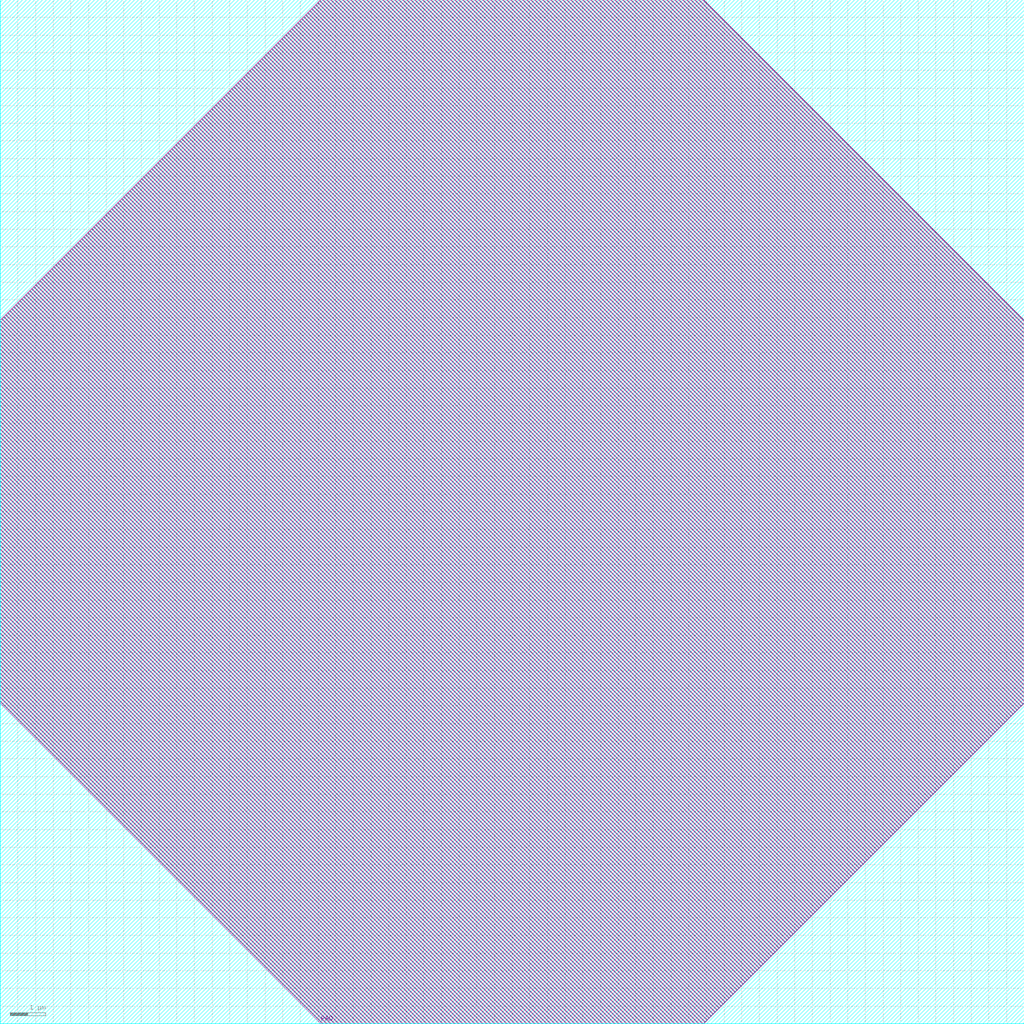
<source format=lef>
VERSION 5.5 ;
NAMESCASESENSITIVE ON ;
BUSBITCHARS "[]" ;
DIVIDERCHAR "/" ;
UNITS
  DATABASE MICRONS 2000 ;
END UNITS
PROPERTYDEFINITIONS
  LAYER contactResistance REAL ;
  LIBRARY LEF58_METALWIDTHVIAMAP STRING
    "METALWIDTHVIAMAP VIA via1 0.5 0.8 M2_M1_via ;" ;
  LAYER LEF58_PITCH STRING ;
END PROPERTYDEFINITIONS


MANUFACTURINGGRID 0.0025 ;
LAYER poly
  TYPE MASTERSLICE ;
  PROPERTY LEF58_TYPE "TYPE NWELL ;" ;
END poly

LAYER contact
  TYPE CUT ;
  SPACING 0.075 ;
  PROPERTY contactResistance 10.5 ;
  PROPERTY LEF58_TYPE "TYPE HIGHR ;" ;
END contact

LAYER metal1
  TYPE ROUTING ;
  DIRECTION HORIZONTAL ;
  PITCH 0.19 ;
  WIDTH 0.065 ;
  SPACING 0.065 ;
  RESISTANCE RPERSQ 0.38 ;
  PROPERTY LEF58_SPACING "SPACING 1.3 ENDOFLINE 1.5 WITHIN 1.9 SAMEMASK EXCEPTEXACTWIDTH 0.5 0.3 PARALLELEDGE 0.2 WITHIN 9.1 PRL 81 MINLENGTH -0.1 TWOEDGES" ;
  PROPERTY LEF58_SPACING "SPACING 0.12 WRONGDIRECTION NONEOL 0.15 PRL -0.05 LENGTH 0.2 ; " ;
  PROPERTY LEF58_MINSTEP "MINSTEP 0.6 MAXEDGES 1 MINADJACENTLENGTH 1.0 CONVEXCORNER ;
                          MINSTEP 0.6 MINADJACENTLENGTH 1.0 0.15 ;
                          MINSTEP 0.6 MINBETWEENLENGTH 0.13 EXCEPTSAMECORNERS ;
                          MINSTEP 0.6 NOBETWEENEOL 0.5 ; " ;
  PROPERTY LEF58_CORNERSPACING
    "CORNERSPACING CONVEXCORNER CORNERTOCORNER EXCEPTEOL 0.090
      WIDTH 0.000 SPACING 0.110 ;" ;
  PROPERTY LEF58_SPACINGTABLE
    "SPACINGTABLE
      PARALLELRUNLENGTH WRONGDIRECTION
      EXCEPTEOL 0.090
                                                  0.00      0.07
         WIDTH 0.0                                0.05      0.05
         WIDTH 0.1   EXCEPTWITHIN 0.0 0.05        0.05      0.08 ;" ;
  PROPERTY LEF58_RIGHTWAYONGRIDONLY "RIGHTWAYONGRIDONLY CHECKMASK; " ;
  PROPERTY LEF58_RECTONLY "RECTONLY EXCEPTNONCOREPINS ; " ;
  PROPERTY LEF58_TYPE "TYPE MIMCAP ;" ;
  PROPERTY LEF58_EOLKEEPOUT "
    EOLKEEPOUT 0.2 EXTENSION 0.03 0.05 0.1 
    EXCEPTWITHIN -0.01 0.05
    CLASS EOL_WIDE ; 
  " ;
  PROPERTY LEF58_EOLEXTENSIONSPACING
    "EOLEXTENSIONSPACING 0.1 PARALLELONLY ENDOFLINE 0.11 EXTENSION 0.14 ;" ;
  PROPERTY LEF58_WIDTHTABLE
    "WIDTHTABLE 0.1 0.2 0.3 0.4 0.5 ORTHOGONAL ; " ;
  PROPERTY LEF58_MINIMUMCUT
    "MINIMUMCUT 2 WIDTH 0.09 WITHIN 0.05 FROMABOVE AREA 2.0 ; " ;
END metal1

LAYER via1
  TYPE CUT ;
  SPACING 0.075 ;
  PROPERTY contactResistance 5.69 ;
  PROPERTY LEF58_CUTCLASS 
  "CUTCLASS VA WIDTH 0.15 ; 
   CUTCLASS cls1 WIDTH 0.15 ; 
   CUTCLASS cls2 WIDTH 0.15 ; 
   CUTCLASS cls3 WIDTH 0.15 ; 
   CUTCLASS cls4 WIDTH 0.15 ; 
  " ;
  PROPERTY LEF58_SPACING
  "SPACING 0.12 MAXXY ;
   SPACING 0.3 SAMEMETAL LAYER metal1 STACK ;
   SPACING 0.2 CENTERTOCENTER ADJACENTCUTS 3 TWOCUTS 1 WITHIN 0.15 CUTCLASS VA ;" ;
  PROPERTY LEF58_ENCLOSURE
    "ENCLOSURE CUTCLASS cls1 ABOVE 0.05 0.05
        WIDTH 0.2 INCLUDEABUTTED ; " ;
  PROPERTY LEF58_SPACINGTABLE
  "SPACINGTABLE ORTHOGONAL 
    WITHIN 0.2 SPACING 0.15
    WITHIN 0.3 SPACING 0.25 ;
  SPACINGTABLE DEFAULT 0.12 
    SAMEMASK
    SAMENET
    LAYER metal1 NOSTACK 
      PRLFORALIGNEDCUT cls1 TO cls2 cls3 TO cls4 
    PRL 0.14 MAXXY cls1 TO cls2 0.3
    CUTCLASS   cls1 SIDE  cls1 END   cls2
    cls3        0.1 0.2    0.3 -    0.4 0.5 
    cls4        0.6 -      0.7 -    0.8 0.9 ; " ;
  PROPERTY LEF58_ARRAYSPACING
  "ARRAYSPACING CUTCLASS VA PARALLELOVERLAP WIDTH 1.0 CUTSPACING 0.10
    ARRAYCUTS 3 SPACING 0.30 ; " ;
  PROPERTY LEF58_KEEPOUTZONE
  "KEEPOUTZONE CUTCLASS cls1 TO cls2 EXCEPTEXACTALIGNED SIDE 0.0 ENDEXTENSION 1.0 2.0 SIDEEXTENSION 0.1 0.2 SPIRALEXTENSION 0.05 ; " ;
END via1

LAYER via1R1
  TYPE CUT ;
  PROPERTY LEF58_REGION "REGION R1 BASEDLAYER via1 ; " ;
END via1R1

LAYER metal2
  TYPE ROUTING ;
  DIRECTION VERTICAL ;
  PITCH 0.19 ;
  WIDTH 0.07 ;
  SPACING 0.075 ;
  RESISTANCE RPERSQ 0.25 ;
  PROPERTY LEF58_TYPE "TYPE TSVMETAL ;" ;
  PROPERTY LEF57_MINSTEP "MINSTEP 0.6 MAXEDGES 1 MINADJACENTLENGTH 1.0 CONVEXCORNER ;
                          MINSTEP 0.6 MINADJACENTLENGTH 1.0 0.15 ;
                          MINSTEP 0.6 MINBETWEENLENGTH 0.13 EXCEPTSAMECORNERS ;
                          MINSTEP 0.6 NOBETWEENEOL 0.5 ; " ;
  PROPERTY LEF58_AREA
    "AREA 0.044000 MASK 2 ;
     AREA 0.34000 RECTWIDTH 0.12 ;
     AREA 1.01000 EXCEPTMINWIDTH 0.090000 EXCEPTEDGELENGTH 0.8 EXCEPTMINSIZE 0.1 0.3 EXCEPTSTEP 0.01 0.02 ;
     AREA 0.10100 LAYER metal1 OVERLAP 1 ;
     AREA 2.34 EXCEPTRECTANGLE ;
     AREA 0.78000 EXCEPTEDGELENGTH 0.3 0.7  ;" ;
  PROPERTY LEF58_PITCH "
    PITCH 0.36 FIRSTLASTPITCH 0.45 ;" ;
  PROPERTY LEF58_FORBIDDENSPACING "
    FORBIDDENSPACING 0.05 0.2 WIDTH 0.05 WITHIN 0.15 PRL 0.015 TWOEDGES 0.06 ; " ;
  PROPERTY LEF58_TWOWIRESFORBIDDENSPACING "
    TWOWIRESFORBIDDENSPACING 0.16 0.20 MINSPANLENGTH 0.05 EXACTSPANLENGTH MAXSPANLENGTH 0.08 EXACTSPANLENGTH PRL 0 ; 
    TWOWIRESFORBIDDENSPACING 0.16 0.20 MINSPANLENGTH 0.05 MAXSPANLENGTH 0.08 PRL -0.5 ; " ;

  PROPERTY LEF58_MINSTEP "
    MINSTEP 0.1 MAXEDGES 1 MINADJACENTLENGTH 0.1 CONCAVECORNER ;
    MINSTEP 0.1 MAXEDGES 1 MINADJACENTLENGTH 0.1 CONVEXCORNER ;
    MINSTEP 0.1 MAXEDGES 1 EXCEPTRECTANGLE NOADJACENTEOL 0.2 MINADJACENTLENGTH 0.3 ;
 " ;
END metal2

LAYER via2
  TYPE CUT ;
  SPACING 0.085 ;
  PROPERTY contactResistance 11.39 ;
  PROPERTY LEF57_SPACING
  "SPACING 0.12 MAXXY ;
   SPACING 0.3 SAMEMETAL LAYER metal2 STACK ;
   SPACING 0.2 CENTERTOCENTER ADJACENTCUTS 3 TWOCUTS 1 WITHIN 0.15 CUTCLASS VA ;" ;
END via2

LAYER metal3
  TYPE ROUTING ;
  DIRECTION HORIZONTAL ;
  PITCH 0.19 ;
  WIDTH 0.07 ;
  SPACING 0.07 ;
  RESISTANCE RPERSQ 0.25 ;
  PROPERTY LEF58_FORBIDDENSPACING "
    FORBIDDENSPACING 0.1 0.3 WIDTH 0.5 PRL 0.02 TWOEDGES 0.12 ; " ;
END metal3

LAYER via3
  TYPE CUT ;
  SPACING 0.085 ;
  PROPERTY contactResistance 16.73 ;
END via3

LAYER metal4
  TYPE ROUTING ;
  DIRECTION VERTICAL ;
  PITCH 0.285 ;
  WIDTH 0.14 ;
  SPACING 0.14 ;
  RESISTANCE RPERSQ 0.25 ;
END metal4

LAYER via4
  TYPE CUT ;
  SPACING 0.16 ;
  PROPERTY contactResistance 21.44 ;
END via4

LAYER metal5
  TYPE ROUTING ;
  DIRECTION HORIZONTAL ;
  PITCH 0.285 ;
  WIDTH 0.14 ;
  SPACING 0.14 ;
  RESISTANCE RPERSQ 0.25 ;
END metal5

LAYER via5
  TYPE CUT ;
  SPACING 0.16 ;
  PROPERTY contactResistance 24.08 ;
END via5

LAYER metal6
  TYPE ROUTING ;
  DIRECTION VERTICAL ;
  PITCH 0.285 ;
  WIDTH 0.14 ;
  SPACING 0.14 ;
  RESISTANCE RPERSQ 0.25 ;
END metal6

LAYER via6
  TYPE CUT ;
  SPACING 0.16 ;
  PROPERTY contactResistance 11.39 ;
END via6

LAYER metal7
  TYPE ROUTING ;
  DIRECTION HORIZONTAL ;
  PITCH 0.855 ;
  WIDTH 0.4 ;
  SPACING 0.4 ;
  RESISTANCE RPERSQ 0.25 ;
END metal7

LAYER via7
  TYPE CUT ;
  SPACING 0.44 ;
  PROPERTY contactResistance 5.69 ;
END via7

LAYER metal8
  TYPE ROUTING ;
  DIRECTION VERTICAL ;
  PITCH 0.855 ;
  WIDTH 0.4 ;
  SPACING 0.4 ;
  RESISTANCE RPERSQ 0.25 ;
END metal8

LAYER via8
  TYPE CUT ;
  SPACING 0.44 ;
  PROPERTY contactResistance 16.73 ;
END via8

LAYER metal9
  TYPE ROUTING ;
  DIRECTION HORIZONTAL ;
  PITCH 1.71 ;
  WIDTH 0.8 ;
  SPACING 0.8 ;
  RESISTANCE RPERSQ 0.21 ;
END metal9

LAYER via9
  TYPE CUT ;
  SPACING 0.88 ;
  PROPERTY contactResistance 21.44 ;
END via9

LAYER metal10
  TYPE ROUTING ;
  DIRECTION VERTICAL ;
  PITCH 1.71 ;
  WIDTH 0.8 ;
  SPACING 0.8 ;
  RESISTANCE RPERSQ 0.21 ;
END metal10

LAYER OVERLAP
  TYPE OVERLAP ;
END OVERLAP

VIA M2_M1_via DEFAULT
  LAYER metal1 ;
    RECT -0.0675 -0.0325 0.0675 0.0325 ;
  LAYER via1 ;
    RECT -0.0325 -0.0325 0.0325 0.0325 ;
  LAYER metal2 ;
    RECT -0.035 -0.0675 0.035 0.0675 ;
END M2_M1_via

VIA M3_M2_via DEFAULT
  LAYER metal2 ;
    RECT -0.035 -0.07 0.035 0.07 ;
  LAYER via2 ;
    RECT -0.035 -0.035 0.035 0.035 ;
  LAYER metal3 ;
    RECT -0.07 -0.035 0.07 0.035 ;
END M3_M2_via

VIA M4_M3_via DEFAULT
  LAYER metal3 ;
    RECT -0.07 -0.035 0.07 0.035 ;
  LAYER via3 ;
    RECT -0.035 -0.035 0.035 0.035 ;
  LAYER metal4 ;
    RECT -0.07 -0.07 0.07 0.07 ;
END M4_M3_via

VIA M5_M4_via DEFAULT
  LAYER metal4 ;
    RECT -0.07 -0.07 0.07 0.07 ;
  LAYER via4 ;
    RECT -0.07 -0.07 0.07 0.07 ;
  LAYER metal5 ;
    RECT -0.07 -0.07 0.07 0.07 ;
END M5_M4_via

VIA M6_M5_via DEFAULT
  LAYER metal5 ;
    RECT -0.07 -0.07 0.07 0.07 ;
  LAYER via5 ;
    RECT -0.07 -0.07 0.07 0.07 ;
  LAYER metal6 ;
    RECT -0.07 -0.07 0.07 0.07 ;
END M6_M5_via

VIA M7_M6_via DEFAULT
  LAYER metal6 ;
    RECT -0.07 -0.07 0.07 0.07 ;
  LAYER via6 ;
    RECT -0.07 -0.07 0.07 0.07 ;
  LAYER metal7 ;
    RECT -0.2 -0.2 0.2 0.2 ;
END M7_M6_via

VIA M8_M7_via DEFAULT
  LAYER metal7 ;
    RECT -0.2 -0.2 0.2 0.2 ;
  LAYER via7 ;
    RECT -0.2 -0.2 0.2 0.2 ;
  LAYER metal8 ;
    RECT -0.2 -0.2 0.2 0.2 ;
END M8_M7_via

VIA M9_M8_via DEFAULT
  LAYER metal8 ;
    RECT -0.2 -0.2 0.2 0.2 ;
  LAYER via8 ;
    RECT -0.2 -0.2 0.2 0.2 ;
  LAYER metal9 ;
    RECT -0.4 -0.4 0.4 0.4 ;
END M9_M8_via

VIA M10_M9_via DEFAULT
  LAYER metal9 ;
    RECT -0.4 -0.4 0.4 0.4 ;
  LAYER via9 ;
    RECT -0.4 -0.4 0.4 0.4 ;
  LAYER metal10 ;
    RECT -0.4 -0.4 0.4 0.4 ;
END M10_M9_via

VIA M2_M1_viaB DEFAULT
  LAYER metal1 ;
    RECT -0.0675 -0.0325 0.0675 0.0325 ;
  LAYER via1 ;
    RECT -0.0325 -0.0325 0.0325 0.0325 ;
  LAYER metal2 ;
    RECT -0.0675 -0.035 0.0675 0.035 ;
END M2_M1_viaB

VIA M2_M1_viaC DEFAULT
  LAYER metal1 ;
    RECT -0.0325 -0.0675 0.0325 0.0675 ;
  LAYER via1 ;
    RECT -0.0325 -0.0325 0.0325 0.0325 ;
  LAYER metal2 ;
    RECT -0.035 -0.0675 0.035 0.0675 ;
END M2_M1_viaC

VIA M3_M2_viaB DEFAULT
  LAYER metal2 ;
    RECT -0.035 -0.07 0.035 0.07 ;
  LAYER via2 ;
    RECT -0.035 -0.035 0.035 0.035 ;
  LAYER metal3 ;
    RECT -0.035 -0.07 0.035 0.07 ;
END M3_M2_viaB

VIA M3_M2_viaC DEFAULT
  LAYER metal2 ;
    RECT -0.07 -0.035 0.07 0.035 ;
  LAYER via2 ;
    RECT -0.035 -0.035 0.035 0.035 ;
  LAYER metal3 ;
    RECT -0.07 -0.035 0.07 0.035 ;
END M3_M2_viaC

VIA M4_M3_viaB DEFAULT
  LAYER metal3 ;
    RECT -0.035 -0.07 0.035 0.07 ;
  LAYER via3 ;
    RECT -0.035 -0.035 0.035 0.035 ;
  LAYER metal4 ;
    RECT -0.07 -0.07 0.07 0.07 ;
END M4_M3_viaB

VIARULE M2_M1 GENERATE
  LAYER metal1 ;
    ENCLOSURE 0 0.035 ;
  LAYER metal2 ;
    ENCLOSURE 0 0.035 ;
  LAYER via1 ;
    RECT -0.0325 -0.0325 0.0325 0.0325 ;
    SPACING 0.14 BY 0.14 ;
END M2_M1

VIARULE M3_M2 GENERATE
  LAYER metal2 ;
    ENCLOSURE 0 0.035 ;
  LAYER metal3 ;
    ENCLOSURE 0 0.035 ;
  LAYER via2 ;
    RECT -0.035 -0.035 0.035 0.035 ;
    SPACING 0.155 BY 0.155 ;
END M3_M2

VIARULE M4_M3 GENERATE
  LAYER metal3 ;
    ENCLOSURE 0 0.035 ;
  LAYER metal4 ;
    ENCLOSURE 0 0 ;
  LAYER via3 ;
    RECT -0.035 -0.035 0.035 0.035 ;
    SPACING 0.155 BY 0.155 ;
END M4_M3

VIARULE M5_M4 GENERATE
  LAYER metal4 ;
    ENCLOSURE 0 0 ;
  LAYER metal5 ;
    ENCLOSURE 0 0 ;
  LAYER via4 ;
    RECT -0.07 -0.07 0.07 0.07 ;
    SPACING 0.3 BY 0.3 ;
END M5_M4

VIARULE M6_M5 GENERATE
  LAYER metal5 ;
    ENCLOSURE 0 0 ;
  LAYER metal6 ;
    ENCLOSURE 0 0 ;
  LAYER via5 ;
    RECT -0.07 -0.07 0.07 0.07 ;
    SPACING 0.3 BY 0.3 ;
END M6_M5

VIARULE M7_M6 GENERATE
  LAYER metal6 ;
    ENCLOSURE 0 0 ;
  LAYER metal7 ;
    ENCLOSURE 0.13 0.13 ;
  LAYER via6 ;
    RECT -0.07 -0.07 0.07 0.07 ;
    SPACING 0.3 BY 0.3 ;
END M7_M6

VIARULE M8_M7 GENERATE
  LAYER metal7 ;
    ENCLOSURE 0 0 ;
  LAYER metal8 ;
    ENCLOSURE 0 0 ;
  LAYER via7 ;
    RECT -0.2 -0.2 0.2 0.2 ;
    SPACING 0.84 BY 0.84 ;
END M8_M7

VIARULE M9_M8 GENERATE
  LAYER metal8 ;
    ENCLOSURE 0 0 ;
  LAYER metal9 ;
    ENCLOSURE 0.2 0.2 ;
  LAYER via8 ;
    RECT -0.2 -0.2 0.2 0.2 ;
    SPACING 0.84 BY 0.84 ;
END M9_M8

VIARULE M10_M9 GENERATE
  LAYER metal9 ;
    ENCLOSURE 0 0 ;
  LAYER metal10 ;
    ENCLOSURE 0 0 ;
  LAYER via9 ;
    RECT -0.4 -0.4 0.4 0.4 ;
    SPACING 1.68 BY 1.68 ;
END M10_M9

VIARULE M1_POLY GENERATE
  LAYER poly ;
    ENCLOSURE 0 0 ;
  LAYER metal1 ;
    ENCLOSURE 0 0.035 ;
  LAYER contact ;
    RECT -0.0325 -0.0325 0.0325 0.0325 ;
    SPACING 0.14 BY 0.14 ;
END M1_POLY

SPACING
  SAMENET metal1 metal1 0.065 ;
  SAMENET metal2 metal2 0.07 ;
  SAMENET metal6 metal6 0.14 ;
  SAMENET metal5 metal5 0.14 ;
  SAMENET metal4 metal4 0.14 ;
  SAMENET metal3 metal3 0.07 ;
  SAMENET metal7 metal7 0.4 ;
  SAMENET metal8 metal8 0.4 ;
  SAMENET metal9 metal9 0.8 ;
  SAMENET metal10 metal10 0.8 ;
END SPACING

SITE CoreSite
  CLASS CORE ;
  SIZE 0.38 BY 2.47 ;
END CoreSite

MACRO AND2X1
  CLASS CORE ;
  ORIGIN 0 0 ;
  FOREIGN AND2X1 0 0 ;
  SIZE 1.14 BY 2.47 ;
  SYMMETRY X Y ;
  SITE CoreSite ;
  PIN A
    DIRECTION INPUT ;
    USE SIGNAL ;
    PORT
      LAYER metal1 ;
        RECT 0.1475 1.2275 0.2825 1.3625 ;
    END
  END A
  PIN B
    DIRECTION INPUT ;
    USE SIGNAL ;
    PORT
      LAYER metal1 ;
        RECT 0.3475 1.2275 0.4825 1.3625 ;
    END
  END B
  PIN Y
    DIRECTION OUTPUT ;
    USE SIGNAL ;
    PORT
      LAYER metal1 ;
        RECT 0.9175 0.87 0.9825 2.1075 ;
    END
  END Y
  PIN gnd
    DIRECTION INOUT ;
    USE GROUND ;
    SHAPE ABUTMENT ;
    PORT
      LAYER metal1 ;
        RECT 0.7075 -0.065 0.7725 1.11 ;
        RECT 0 -0.065 1.14 0.065 ;
    END
  END gnd
  PIN vdd
    DIRECTION INOUT ;
    USE POWER ;
    SHAPE ABUTMENT ;
    PORT
      LAYER metal1 ;
        RECT 0.1425 1.5575 0.2075 2.535 ;
        RECT 0.6225 1.5575 0.6875 2.535 ;
        RECT 0 2.405 1.14 2.535 ;
    END
  END vdd
  OBS
    LAYER metal1 ;
      RECT 0.1425 0.59 0.2075 1.145 ;
      RECT 0.1425 1.08 0.6425 1.145 ;
      RECT 0.5775 1.08 0.6425 1.4925 ;
      RECT 0.4375 1.4275 0.7775 1.4925 ;
      RECT 0.4375 1.4275 0.5025 2.1075 ;
  END
END AND2X1

MACRO AND2X2
  CLASS CORE ;
  ORIGIN 0 0 ;
  FOREIGN AND2X2 0 0 ;
  SIZE 0.95 BY 2.47 ;
  SYMMETRY X Y ;
  SITE CoreSite ;
  PIN A
    DIRECTION INPUT ;
    USE SIGNAL ;
    PORT
      LAYER metal1 ;
        RECT 0.1475 0.8475 0.2225 0.9825 ;
    END
  END A
  PIN B
    DIRECTION INPUT ;
    USE SIGNAL ;
    PORT
      LAYER metal1 ;
        RECT 0.4175 0.9175 0.6025 1.0525 ;
    END
  END B
  PIN Y
    DIRECTION OUTPUT ;
    USE SIGNAL ;
    PORT
      LAYER metal1 ;
        RECT 0.7275 0.1725 0.7925 2.235 ;
        RECT 0.7275 1.1075 0.8025 2.235 ;
    END
  END Y
  PIN gnd
    DIRECTION INOUT ;
    USE GROUND ;
    SHAPE ABUTMENT ;
    PORT
      LAYER metal1 ;
        RECT 0.4425 -0.065 0.5075 0.7225 ;
        RECT 0 -0.065 0.95 0.065 ;
    END
  END gnd
  PIN vdd
    DIRECTION INOUT ;
    USE POWER ;
    SHAPE ABUTMENT ;
    PORT
      LAYER metal1 ;
        RECT 0.0675 1.265 0.1325 2.535 ;
        RECT 0.4425 1.265 0.5075 2.535 ;
        RECT 0 2.405 0.95 2.535 ;
    END
  END vdd
  OBS
    LAYER metal1 ;
      RECT 0.0325 0.2075 0.1675 0.6925 ;
      RECT 0.0325 0.6275 0.3525 0.6925 ;
      RECT 0.2875 0.7875 0.5975 0.8525 ;
      RECT 0.2875 0.6275 0.3525 1.78 ;
      RECT 0.2175 1.295 0.3525 1.78 ;
  END
END AND2X2

MACRO AOI21X1
  CLASS CORE ;
  ORIGIN 0 0 ;
  FOREIGN AOI21X1 0 0 ;
  SIZE 0.95 BY 2.47 ;
  SYMMETRY X Y ;
  SITE CoreSite ;
  PIN A
    DIRECTION INPUT ;
    USE SIGNAL ;
    PORT
      LAYER metal1 ;
        RECT 0.1575 0.8475 0.2825 0.9825 ;
    END
  END A
  PIN B
    DIRECTION INPUT ;
    USE SIGNAL ;
    PORT
      LAYER metal1 ;
        RECT 0.3475 0.7275 0.4475 0.8625 ;
    END
  END B
  PIN C
    DIRECTION INPUT ;
    USE SIGNAL ;
    PORT
      LAYER metal1 ;
        RECT 0.6675 0.8475 0.7925 0.9825 ;
    END
  END C
  PIN Y
    DIRECTION OUTPUT ;
    USE SIGNAL ;
    PORT
      LAYER metal1 ;
        RECT 0.5125 0.1475 0.5775 0.9825 ;
        RECT 0.5375 0.9175 0.6025 1.15 ;
        RECT 0.5375 1.085 0.7675 1.15 ;
        RECT 0.7025 1.085 0.7675 2.235 ;
    END
  END Y
  PIN gnd
    DIRECTION INOUT ;
    USE GROUND ;
    SHAPE ABUTMENT ;
    PORT
      LAYER metal1 ;
        RECT 0.1375 -0.065 0.2025 0.7025 ;
        RECT 0.7525 -0.065 0.8175 0.6725 ;
        RECT 0 -0.065 0.95 0.065 ;
    END
  END gnd
  PIN vdd
    DIRECTION INOUT ;
    USE POWER ;
    SHAPE ABUTMENT ;
    PORT
      LAYER metal1 ;
        RECT 0.3225 1.345 0.3875 2.535 ;
        RECT 0 2.405 0.95 2.535 ;
    END
  END vdd
  OBS
    LAYER metal1 ;
      RECT 0.1375 1.215 0.5775 1.28 ;
      RECT 0.1375 1.215 0.2025 2.235 ;
      RECT 0.5125 1.215 0.5775 2.235 ;
  END
END AOI21X1

MACRO AOI22X1
  CLASS CORE ;
  ORIGIN 0 0 ;
  FOREIGN AOI22X1 0 0 ;
  SIZE 1.14 BY 2.47 ;
  SYMMETRY X Y ;
  SITE CoreSite ;
  PIN A
    DIRECTION INPUT ;
    USE SIGNAL ;
    PORT
      LAYER metal1 ;
        RECT 0.8575 0.7675 0.9825 0.9825 ;
    END
  END A
  PIN B
    DIRECTION INPUT ;
    USE SIGNAL ;
    PORT
      LAYER metal1 ;
        RECT 0.6675 0.7675 0.7925 0.9825 ;
    END
  END B
  PIN C
    DIRECTION INPUT ;
    USE SIGNAL ;
    PORT
      LAYER metal1 ;
        RECT 0.0325 0.7675 0.2225 0.9825 ;
    END
  END C
  PIN D
    DIRECTION INPUT ;
    USE SIGNAL ;
    PORT
      LAYER metal1 ;
        RECT 0.4775 0.7675 0.6025 0.9825 ;
    END
  END D
  PIN Y
    DIRECTION OUTPUT ;
    USE SIGNAL ;
    PORT
      LAYER metal1 ;
        RECT 0.3475 0.13 0.4125 2.0675 ;
        RECT 0.3475 0.13 0.6 0.195 ;
        RECT 0.535 0.13 0.6 0.7025 ;
    END
  END Y
  PIN gnd
    DIRECTION INOUT ;
    USE GROUND ;
    SHAPE ABUTMENT ;
    PORT
      LAYER metal1 ;
        RECT 0.16 -0.065 0.225 0.7025 ;
        RECT 0.915 -0.065 0.98 0.7025 ;
        RECT 0 -0.065 1.14 0.065 ;
    END
  END gnd
  PIN vdd
    DIRECTION INOUT ;
    USE POWER ;
    SHAPE ABUTMENT ;
    PORT
      LAYER metal1 ;
        RECT 0.725 1.1775 0.79 2.535 ;
        RECT 0 2.405 1.14 2.535 ;
    END
  END vdd
  OBS
    LAYER metal1 ;
      RECT 0.535 1.0475 0.98 1.1125 ;
      RECT 0.915 1.0475 0.98 2.0675 ;
      RECT 0.16 1.0475 0.225 2.1975 ;
      RECT 0.535 1.0475 0.6 2.1975 ;
      RECT 0.16 2.1325 0.6 2.1975 ;
  END
END AOI22X1

MACRO BUFX2
  CLASS CORE ;
  ORIGIN 0 0 ;
  FOREIGN BUFX2 0 0 ;
  SIZE 0.76 BY 2.47 ;
  SYMMETRY X Y ;
  SITE CoreSite ;
  PIN A
    DIRECTION INPUT ;
    USE SIGNAL ;
    PORT
      LAYER metal1 ;
        RECT 0.53 0.8975 0.645 1.0325 ;
    END
  END A
  PIN Y
    DIRECTION OUTPUT ;
    USE SIGNAL ;
    PORT
      LAYER metal1 ;
        RECT 0.0325 0.13 0.0975 2.235 ;
        RECT 0.0325 0.13 0.225 0.7025 ;
        RECT 0.0325 0.7675 0.225 2.235 ;
    END
  END Y
  PIN gnd
    DIRECTION INOUT ;
    USE GROUND ;
    SHAPE ABUTMENT ;
    PORT
      LAYER metal1 ;
        RECT 0.345 -0.065 0.41 0.7025 ;
        RECT 0 -0.065 0.76 0.065 ;
    END
  END gnd
  PIN vdd
    DIRECTION INOUT ;
    USE POWER ;
    SHAPE ABUTMENT ;
    PORT
      LAYER metal1 ;
        RECT 0.345 1.2275 0.41 2.535 ;
        RECT 0 2.405 0.76 2.535 ;
    END
  END vdd
  OBS
    LAYER metal1 ;
      RECT 0.53 0.13 0.705 0.8325 ;
      RECT 0.29 0.7675 0.705 0.8325 ;
      RECT 0.29 0.7675 0.465 0.9025 ;
      RECT 0.29 0.7675 0.355 1.1625 ;
      RECT 0.29 1.0975 0.705 1.1625 ;
      RECT 0.53 1.0975 0.705 1.815 ;
  END
END BUFX2

MACRO BUFX4
  CLASS CORE ;
  ORIGIN 0 0 ;
  FOREIGN BUFX4 0 0 ;
  SIZE 1.14 BY 2.47 ;
  SYMMETRY X Y ;
  SITE CoreSite ;
  PIN A
    DIRECTION INPUT ;
    USE SIGNAL ;
    PORT
      LAYER metal1 ;
        RECT 0.85 1.0825 0.99 1.2175 ;
    END
  END A
  PIN Y
    DIRECTION OUTPUT ;
    USE SIGNAL ;
    PORT
      LAYER metal1 ;
        RECT 0.215 0.4875 0.28 1.3325 ;
        RECT 0.215 0.4875 0.41 0.5525 ;
        RECT 0.215 1.2675 0.46 1.3325 ;
        RECT 0.345 0.4875 0.41 1.0425 ;
        RECT 0.215 1.1075 0.4125 1.1725 ;
        RECT 0.395 1.2675 0.46 2.2425 ;
    END
  END Y
  PIN gnd
    DIRECTION INOUT ;
    USE GROUND ;
    SHAPE ABUTMENT ;
    PORT
      LAYER metal1 ;
        RECT 0.0575 -0.065 0.1225 1.0375 ;
        RECT 0.585 -0.065 0.65 0.9275 ;
        RECT 1.03 -0.065 1.095 0.9275 ;
        RECT 0 -0.065 1.14 0.065 ;
    END
  END gnd
  PIN vdd
    DIRECTION INOUT ;
    USE POWER ;
    SHAPE ABUTMENT ;
    PORT
      LAYER metal1 ;
        RECT 0.0475 1.1025 0.1125 2.535 ;
        RECT 0.585 1.2675 0.65 2.535 ;
        RECT 1.03 1.2825 1.095 2.535 ;
        RECT 0 2.405 1.14 2.535 ;
    END
  END vdd
  OBS
    LAYER metal1 ;
      RECT 0.715 0.3225 0.91 0.3875 ;
      RECT 0.845 0.3225 0.91 1.0175 ;
      RECT 0.4775 1.0675 0.78 1.1325 ;
      RECT 0.4775 1.0675 0.5425 1.2025 ;
      RECT 0.715 0.3225 0.78 1.3475 ;
      RECT 0.715 1.2825 0.91 1.3475 ;
      RECT 0.845 1.2825 0.91 1.6975 ;
  END
END BUFX4

MACRO CLKBUF1
  CLASS CORE ;
  ORIGIN 0 0 ;
  FOREIGN CLKBUF1 0 0 ;
  SIZE 2.09 BY 2.47 ;
  SYMMETRY X Y ;
  SITE CoreSite ;
  PIN A
    DIRECTION INPUT ;
    USE SIGNAL ;
    PORT
      LAYER metal1 ;
        RECT 1.665 0.9175 1.7425 1.0525 ;
    END
  END A
  PIN Y
    DIRECTION OUTPUT ;
    USE SIGNAL ;
    PORT
      LAYER metal1 ;
        RECT 0.1575 0.9175 0.24 0.9825 ;
        RECT 0.175 0.6575 0.24 1.28 ;
        RECT 0.175 1.215 0.37 1.28 ;
        RECT 0.305 0.1675 0.37 0.7225 ;
        RECT 0.175 0.6575 0.37 0.7225 ;
        RECT 0.305 1.215 0.37 2.235 ;
    END
  END Y
  PIN gnd
    DIRECTION INOUT ;
    USE GROUND ;
    SHAPE ABUTMENT ;
    PORT
      LAYER metal1 ;
        RECT 0.045 -0.065 0.11 0.7225 ;
        RECT 0.565 -0.065 0.63 0.7225 ;
        RECT 1.045 -0.065 1.11 0.7225 ;
        RECT 1.53 -0.065 1.595 0.7225 ;
        RECT 1.905 -0.065 1.97 0.7225 ;
        RECT 0 -0.065 2.09 0.065 ;
    END
  END gnd
  PIN vdd
    DIRECTION INOUT ;
    USE POWER ;
    SHAPE ABUTMENT ;
    PORT
      LAYER metal1 ;
        RECT 0.12 1.345 0.185 2.535 ;
        RECT 0.54 1.345 0.605 2.535 ;
        RECT 1.045 1.345 1.11 2.535 ;
        RECT 1.525 1.345 1.59 2.535 ;
        RECT 1.905 1.345 1.97 2.535 ;
        RECT 0 2.405 2.09 2.535 ;
    END
  END vdd
  OBS
    LAYER metal1 ;
      RECT 0.435 0.7475 0.5 0.8825 ;
      RECT 0.75 0.1725 0.815 0.8825 ;
      RECT 0.435 0.8175 0.815 0.8825 ;
      RECT 0.62 0.8175 0.685 1.28 ;
      RECT 0.62 1.215 0.885 1.28 ;
      RECT 0.75 1.215 0.885 2.2 ;
      RECT 1.305 0.2075 1.44 0.6925 ;
      RECT 1.175 0.6275 1.44 0.6925 ;
      RECT 0.77 0.9475 1.24 1.0125 ;
      RECT 1.175 0.6275 1.24 1.325 ;
      RECT 1.175 1.26 1.4 1.325 ;
      RECT 1.335 1.26 1.4 2.235 ;
      RECT 1.4 0.7825 1.465 0.9175 ;
      RECT 1.535 0.7875 1.78 0.8525 ;
      RECT 1.715 0.1725 1.78 0.8525 ;
      RECT 1.4 0.8525 1.6 0.9175 ;
      RECT 1.535 0.7875 1.6 1.28 ;
      RECT 1.535 1.215 1.815 1.28 ;
      RECT 1.68 1.215 1.815 2.2 ;
  END
END CLKBUF1

MACRO CLKBUF2
  CLASS CORE ;
  ORIGIN 0 0 ;
  FOREIGN CLKBUF2 0 0 ;
  SIZE 2.85 BY 2.47 ;
  SYMMETRY X Y ;
  SITE CoreSite ;
  PIN A
    DIRECTION INPUT ;
    USE SIGNAL ;
    PORT
      LAYER metal1 ;
        RECT 0.1575 0.9175 0.35 1.0525 ;
    END
  END A
  PIN Y
    DIRECTION OUTPUT ;
    USE SIGNAL ;
    PORT
      LAYER metal1 ;
        RECT 2.48 0.1725 2.545 0.7275 ;
        RECT 2.48 0.6625 2.675 0.7275 ;
        RECT 2.55 1.215 2.615 2.235 ;
        RECT 2.61 0.6625 2.675 0.9825 ;
        RECT 2.61 0.9175 2.745 0.9825 ;
        RECT 2.68 0.9175 2.745 1.28 ;
        RECT 2.55 1.215 2.745 1.28 ;
    END
  END Y
  PIN gnd
    DIRECTION INOUT ;
    USE GROUND ;
    SHAPE ABUTMENT ;
    PORT
      LAYER metal1 ;
        RECT 0.045 -0.065 0.11 0.7225 ;
        RECT 0.42 -0.065 0.485 0.7225 ;
        RECT 0.8 -0.065 0.865 0.7225 ;
        RECT 1.305 -0.065 1.37 0.7225 ;
        RECT 1.785 -0.065 1.85 0.7225 ;
        RECT 2.29 -0.065 2.355 0.7225 ;
        RECT 2.74 -0.065 2.805 0.7225 ;
        RECT 0 -0.065 2.85 0.065 ;
    END
  END gnd
  PIN vdd
    DIRECTION INOUT ;
    USE POWER ;
    SHAPE ABUTMENT ;
    PORT
      LAYER metal1 ;
        RECT 0.045 1.345 0.11 2.535 ;
        RECT 0.42 1.345 0.485 2.535 ;
        RECT 0.8 1.345 0.865 2.535 ;
        RECT 1.305 1.345 1.37 2.535 ;
        RECT 1.785 1.345 1.85 2.535 ;
        RECT 2.29 1.345 2.355 2.535 ;
        RECT 2.735 1.345 2.8 2.535 ;
        RECT 0 2.405 2.85 2.535 ;
    END
  END vdd
  OBS
    LAYER metal1 ;
      RECT 0.235 0.1725 0.3 0.8525 ;
      RECT 0.235 0.7875 0.48 0.8525 ;
      RECT 0.415 0.9525 0.61 1.0175 ;
      RECT 0.545 0.9525 0.61 1.0875 ;
      RECT 0.415 0.7875 0.48 1.28 ;
      RECT 0.2 1.215 0.48 1.28 ;
      RECT 0.2 1.215 0.335 2.2 ;
      RECT 0.615 0.1725 0.68 0.8875 ;
      RECT 1.045 0.7525 1.11 0.8875 ;
      RECT 0.615 0.8225 1.11 0.8875 ;
      RECT 0.775 0.8225 0.84 1.28 ;
      RECT 0.575 1.215 0.84 1.28 ;
      RECT 0.575 1.215 0.71 2.2 ;
      RECT 0.975 0.2025 1.11 0.6875 ;
      RECT 0.975 0.6225 1.24 0.6875 ;
      RECT 1.175 0.9525 1.645 1.0175 ;
      RECT 1.175 0.6225 1.24 1.36 ;
      RECT 0.975 1.295 1.24 1.36 ;
      RECT 0.975 1.295 1.11 2.2 ;
      RECT 1.6 0.1725 1.665 0.8875 ;
      RECT 2.03 0.7525 2.095 0.8875 ;
      RECT 1.6 0.8225 2.095 0.8875 ;
      RECT 1.73 0.8225 1.795 1.28 ;
      RECT 1.53 1.215 1.795 1.28 ;
      RECT 1.53 1.215 1.665 2.2 ;
      RECT 1.96 0.2025 2.095 0.6875 ;
      RECT 1.96 0.6225 2.225 0.6875 ;
      RECT 2.16 0.7925 2.485 0.8575 ;
      RECT 2.42 0.7925 2.485 0.9275 ;
      RECT 2.16 0.6225 2.225 1.36 ;
      RECT 1.96 1.295 2.225 1.36 ;
      RECT 1.96 1.295 2.095 2.2 ;
  END
END CLKBUF2

MACRO CLKBUF3
  CLASS CORE ;
  ORIGIN 0 0 ;
  FOREIGN CLKBUF3 0 0 ;
  SIZE 3.61 BY 2.47 ;
  SYMMETRY X Y ;
  SITE CoreSite ;
  PIN A
    DIRECTION INPUT ;
    USE SIGNAL ;
    PORT
      LAYER metal1 ;
        RECT 0.1575 0.9175 0.35 1.0525 ;
    END
  END A
  PIN Y
    DIRECTION OUTPUT ;
    USE SIGNAL ;
    PORT
      LAYER metal1 ;
        RECT 3.24 0.1725 3.305 0.7275 ;
        RECT 3.24 0.6625 3.435 0.7275 ;
        RECT 3.31 1.215 3.375 2.235 ;
        RECT 3.37 0.6625 3.435 0.9825 ;
        RECT 3.37 0.9175 3.505 0.9825 ;
        RECT 3.44 0.9175 3.505 1.28 ;
        RECT 3.31 1.215 3.505 1.28 ;
    END
  END Y
  PIN gnd
    DIRECTION INOUT ;
    USE GROUND ;
    SHAPE ABUTMENT ;
    PORT
      LAYER metal1 ;
        RECT 0.045 -0.065 0.11 0.7225 ;
        RECT 0.42 -0.065 0.485 0.7225 ;
        RECT 0.8 -0.065 0.865 0.7225 ;
        RECT 1.305 -0.065 1.37 0.7225 ;
        RECT 1.68 -0.065 1.745 0.7225 ;
        RECT 2.06 -0.065 2.125 0.7225 ;
        RECT 2.545 -0.065 2.61 0.7225 ;
        RECT 3.05 -0.065 3.115 0.7225 ;
        RECT 3.5 -0.065 3.565 0.7225 ;
        RECT 0 -0.065 3.61 0.065 ;
    END
  END gnd
  PIN vdd
    DIRECTION INOUT ;
    USE POWER ;
    SHAPE ABUTMENT ;
    PORT
      LAYER metal1 ;
        RECT 0.045 1.345 0.11 2.535 ;
        RECT 0.42 1.345 0.485 2.535 ;
        RECT 0.8 1.345 0.865 2.535 ;
        RECT 1.305 1.345 1.37 2.535 ;
        RECT 1.68 1.345 1.745 2.535 ;
        RECT 2.06 1.345 2.125 2.535 ;
        RECT 2.545 1.345 2.61 2.535 ;
        RECT 3.05 1.345 3.115 2.535 ;
        RECT 3.495 1.345 3.56 2.535 ;
        RECT 0 2.405 3.61 2.535 ;
    END
  END vdd
  OBS
    LAYER metal1 ;
      RECT 0.235 0.1725 0.3 0.8525 ;
      RECT 0.235 0.7875 0.48 0.8525 ;
      RECT 0.415 0.9525 0.61 1.0175 ;
      RECT 0.545 0.9525 0.61 1.0875 ;
      RECT 0.415 0.7875 0.48 1.28 ;
      RECT 0.2 1.215 0.48 1.28 ;
      RECT 0.2 1.215 0.335 2.2 ;
      RECT 0.615 0.1725 0.68 0.8875 ;
      RECT 1.045 0.7525 1.11 0.8875 ;
      RECT 0.615 0.8225 1.11 0.8875 ;
      RECT 0.775 0.8225 0.84 1.28 ;
      RECT 0.575 1.215 0.84 1.28 ;
      RECT 0.575 1.215 0.71 2.2 ;
      RECT 0.975 0.2025 1.11 0.6875 ;
      RECT 0.975 0.6225 1.24 0.6875 ;
      RECT 1.175 0.9175 1.5 0.9825 ;
      RECT 1.435 0.9175 1.5 1.0525 ;
      RECT 1.175 0.6225 1.24 1.36 ;
      RECT 0.975 1.295 1.24 1.36 ;
      RECT 0.975 1.295 1.11 2.2 ;
      RECT 1.495 0.1725 1.56 0.8525 ;
      RECT 1.495 0.7875 1.72 0.8525 ;
      RECT 1.655 0.9175 1.92 0.9825 ;
      RECT 1.655 0.7875 1.72 1.28 ;
      RECT 1.455 1.215 1.72 1.28 ;
      RECT 1.455 1.215 1.59 2.2 ;
      RECT 1.875 0.1725 1.94 0.8525 ;
      RECT 1.875 0.7875 2.1 0.8525 ;
      RECT 2.035 0.9525 2.405 1.0175 ;
      RECT 2.035 0.7875 2.1 1.28 ;
      RECT 1.835 1.215 2.1 1.28 ;
      RECT 1.835 1.215 1.97 2.2 ;
      RECT 2.36 0.1725 2.425 0.8875 ;
      RECT 2.79 0.7525 2.855 0.8875 ;
      RECT 2.36 0.8225 2.855 0.8875 ;
      RECT 2.49 0.8225 2.555 1.28 ;
      RECT 2.29 1.215 2.555 1.28 ;
      RECT 2.29 1.215 2.425 2.2 ;
      RECT 2.72 0.2025 2.855 0.6875 ;
      RECT 2.72 0.6225 2.985 0.6875 ;
      RECT 2.92 0.7925 3.245 0.8575 ;
      RECT 3.18 0.7925 3.245 0.9275 ;
      RECT 2.92 0.6225 2.985 1.36 ;
      RECT 2.72 1.295 2.985 1.36 ;
      RECT 2.72 1.295 2.855 2.2 ;
  END
END CLKBUF3

MACRO DFFNEGX1
  CLASS CORE ;
  ORIGIN 0 0 ;
  FOREIGN DFFNEGX1 0 0 ;
  SIZE 2.85 BY 2.47 ;
  SYMMETRY X Y ;
  SITE CoreSite ;
  PIN CLK
    DIRECTION INPUT ;
    USE CLOCK ;
    PORT
      LAYER metal1 ;
        RECT 2.0575 2.0575 2.255 2.1925 ;
    END
  END CLK
  PIN D
    DIRECTION INPUT ;
    USE SIGNAL ;
    PORT
      LAYER metal1 ;
        RECT 2.6225 1.0375 2.7 1.1725 ;
    END
  END D
  PIN Q
    DIRECTION OUTPUT ;
    USE SIGNAL ;
    PORT
      LAYER metal1 ;
        RECT 0.065 0.2175 0.13 2.2375 ;
        RECT 0.065 0.9175 0.2225 0.9825 ;
        RECT 0.065 1.625 0.525 1.69 ;
    END
  END Q
  PIN gnd
    DIRECTION INOUT ;
    USE GROUND ;
    SHAPE ABUTMENT ;
    PORT
      LAYER metal1 ;
        RECT 0.2875 -0.065 0.3525 0.8475 ;
        RECT 0.815 -0.065 0.88 0.4675 ;
        RECT 1.34 -0.065 1.405 0.8125 ;
        RECT 1.955 -0.065 2.02 0.5475 ;
        RECT 2.74 -0.065 2.805 0.9375 ;
        RECT 0 -0.065 2.85 0.065 ;
    END
  END gnd
  PIN vdd
    DIRECTION INOUT ;
    USE POWER ;
    SHAPE ABUTMENT ;
    PORT
      LAYER metal1 ;
        RECT 0.25 1.9075 0.315 2.535 ;
        RECT 1.34 2.0475 1.405 2.535 ;
        RECT 1.875 1.3875 1.94 2.535 ;
        RECT 2.74 1.3875 2.805 2.535 ;
        RECT 0 2.405 2.85 2.535 ;
    END
  END vdd
  OBS
    LAYER metal1 ;
      RECT 0.38 1.755 0.515 1.96 ;
      RECT 0.38 1.755 0.445 2.13 ;
      RECT 0.38 2.065 0.515 2.13 ;
      RECT 0.405 1.365 0.67 1.43 ;
      RECT 0.605 1.365 0.67 2.115 ;
      RECT 0.58 1.84 0.67 2.115 ;
      RECT 0.63 0.2275 0.695 0.5025 ;
      RECT 0.43 0.4375 0.695 0.5025 ;
      RECT 0.43 0.4375 0.565 0.8875 ;
      RECT 0.67 0.6825 0.805 0.8875 ;
      RECT 0.67 0.6825 0.735 1.0175 ;
      RECT 0.34 0.9525 0.735 1.0175 ;
      RECT 0.34 0.9525 0.405 1.1475 ;
      RECT 0.25 1.0825 0.405 1.1475 ;
      RECT 0.25 1.0825 0.315 1.56 ;
      RECT 0.25 1.495 0.515 1.56 ;
      RECT 0.735 1.3575 1.275 1.8425 ;
      RECT 1.21 1.3575 1.275 2.26 ;
      RECT 0.38 2.195 1.275 2.26 ;
      RECT 0.38 2.195 1.145 2.33 ;
      RECT 1.655 0.8725 1.79 0.9375 ;
      RECT 1.69 1.0125 2.03 1.0775 ;
      RECT 1.165 1.2125 1.405 1.2775 ;
      RECT 1.34 1.2125 1.405 1.9775 ;
      RECT 1.69 0.8725 1.755 1.9775 ;
      RECT 1.34 1.9125 1.755 1.9775 ;
      RECT 1.525 0.7425 2.285 0.8075 ;
      RECT 0.87 0.5425 1.005 0.9525 ;
      RECT 0.87 0.8875 1.59 0.9525 ;
      RECT 2.22 0.7425 2.285 1.1175 ;
      RECT 2.22 1.0525 2.355 1.1175 ;
      RECT 0.605 1.0825 1.59 1.1475 ;
      RECT 0.605 1.0825 0.67 1.2975 ;
      RECT 1.525 0.3975 1.59 1.8475 ;
      RECT 1.895 1.2525 2.425 1.3175 ;
      RECT 2.36 1.2525 2.425 1.9375 ;
      RECT 1.795 0.5225 1.86 0.6775 ;
      RECT 1.795 0.6125 2.425 0.6775 ;
      RECT 2.36 0.6125 2.425 0.8775 ;
    LAYER metal2 ;
      RECT 0.41 1.46 0.48 1.995 ;
      RECT 0.345 2.065 0.515 2.135 ;
      RECT 0.345 2.065 0.415 2.295 ;
      RECT 0.345 2.225 1.18 2.295 ;
    LAYER via1 ;
      RECT 0.38 2.23 0.445 2.295 ;
      RECT 0.415 2.065 0.48 2.13 ;
      RECT 0.415 1.895 0.48 1.96 ;
      RECT 0.415 1.755 0.48 1.82 ;
      RECT 0.415 1.495 0.48 1.56 ;
      RECT 0.52 2.23 0.585 2.295 ;
      RECT 0.66 2.23 0.725 2.295 ;
      RECT 0.8 2.23 0.865 2.295 ;
      RECT 0.94 2.23 1.005 2.295 ;
      RECT 1.08 2.23 1.145 2.295 ;
  END
END DFFNEGX1

MACRO DFFPOSX1
  CLASS CORE ;
  ORIGIN 0 0 ;
  FOREIGN DFFPOSX1 0 0 ;
  SIZE 2.66 BY 2.47 ;
  SYMMETRY X Y ;
  SITE CoreSite ;
  PIN CLK
    DIRECTION INPUT ;
    USE CLOCK ;
    PORT
      LAYER metal2 ;
        RECT 1.4675 1.4275 1.5375 1.9975 ;
        RECT 1.4675 1.4275 1.5525 1.7025 ;
      LAYER metal1 ;
        RECT 0.5075 0.9275 0.5725 1.1925 ;
        RECT 0.4375 1.1275 0.5725 1.1925 ;
        RECT 0.5075 0.9275 0.9825 0.9925 ;
        RECT 0.7875 0.9275 0.9825 1.2075 ;
        RECT 1.2125 1.015 1.3475 1.2075 ;
        RECT 0.7875 1.1425 1.3475 1.2075 ;
        RECT 1.2825 1.015 1.3475 1.5275 ;
        RECT 1.2825 1.4625 1.5875 1.5275 ;
        RECT 1.4525 1.4625 1.5875 1.6675 ;
        RECT 1.4675 1.8625 1.5325 2.1875 ;
        RECT 2.2225 1.1175 2.3725 1.1825 ;
        RECT 2.3075 1.1175 2.3725 2.1875 ;
        RECT 1.4675 2.1225 2.3725 2.1875 ;
      LAYER via1 ;
        RECT 1.4675 1.8975 1.5325 1.9625 ;
        RECT 1.4875 1.6025 1.5525 1.6675 ;
        RECT 1.4875 1.4625 1.5525 1.5275 ;
    END
  END CLK
  PIN D
    DIRECTION INPUT ;
    USE SIGNAL ;
    PORT
      LAYER metal1 ;
        RECT 2.4375 1.0375 2.515 1.1725 ;
    END
  END D
  PIN Q
    DIRECTION OUTPUT ;
    USE SIGNAL ;
    PORT
      LAYER metal1 ;
        RECT 0.0525 0.2175 0.1175 2.2375 ;
        RECT 0.0525 0.9175 0.2225 0.9825 ;
        RECT 0.0525 1.6475 0.4475 1.7125 ;
    END
  END Q
  PIN gnd
    DIRECTION INOUT ;
    USE GROUND ;
    SHAPE ABUTMENT ;
    PORT
      LAYER metal1 ;
        RECT 0.2875 -0.065 0.3525 0.9875 ;
        RECT 0.7725 -0.065 0.8375 0.4675 ;
        RECT 1.1375 -0.065 1.2025 0.7925 ;
        RECT 1.7075 -0.065 1.8425 0.235 ;
        RECT 2.5275 -0.065 2.5925 0.845 ;
        RECT 0 -0.065 2.66 0.065 ;
    END
  END gnd
  PIN vdd
    DIRECTION INOUT ;
    USE POWER ;
    SHAPE ABUTMENT ;
    PORT
      LAYER metal1 ;
        RECT 0.2375 1.9075 0.3025 2.535 ;
        RECT 1.1375 1.7225 1.2025 2.535 ;
        RECT 1.7025 2.2525 1.8375 2.535 ;
        RECT 2.5275 1.2675 2.5925 2.535 ;
        RECT 0 2.405 2.66 2.535 ;
    END
  END vdd
  OBS
    LAYER metal1 ;
      RECT 0.3675 1.7775 0.4325 2.1275 ;
      RECT 0.3225 1.3875 0.5875 1.4525 ;
      RECT 0.5225 1.3875 0.5875 2.1375 ;
      RECT 0.4975 1.8625 0.5875 2.1375 ;
      RECT 0.5875 0.2275 0.6525 0.5025 ;
      RECT 0.4575 0.4375 0.6525 0.5025 ;
      RECT 0.4575 0.4375 0.5225 0.7625 ;
      RECT 0.1925 1.0575 0.3575 1.1925 ;
      RECT 0.6425 1.0575 0.7075 1.3225 ;
      RECT 0.1925 1.2575 0.7075 1.3225 ;
      RECT 0.1925 1.0575 0.2575 1.5825 ;
      RECT 0.1925 1.5175 0.4575 1.5825 ;
      RECT 0.6475 0.5875 0.7125 0.8625 ;
      RECT 0.6525 1.4425 0.9125 1.8575 ;
      RECT 0.8475 1.4425 0.9125 2.2675 ;
      RECT 0.3675 2.2025 0.9125 2.2675 ;
      RECT 1.0825 0.885 1.5425 0.95 ;
      RECT 1.4775 0.95 1.8175 1.015 ;
      RECT 1.0825 0.885 1.1475 1.0775 ;
      RECT 1.4775 0.685 1.5425 1.3975 ;
      RECT 1.5475 0.465 2.2125 0.53 ;
      RECT 2.1475 0.465 2.2125 0.845 ;
      RECT 2.1525 1.3825 2.2425 1.7975 ;
      RECT 1.5975 1.9225 1.6625 2.0575 ;
      RECT 2.1775 1.3825 2.2425 2.0575 ;
      RECT 1.5975 1.9925 2.2425 2.0575 ;
      RECT 1.3225 0.335 2.3425 0.4 ;
      RECT 1.3225 0.335 1.3875 0.7925 ;
      RECT 2.2775 0.335 2.3425 0.975 ;
      RECT 1.9775 0.91 2.3425 0.975 ;
      RECT 0.9775 1.5925 1.3875 1.6575 ;
      RECT 1.3225 1.7325 2.0425 1.7975 ;
      RECT 1.9775 0.91 2.0425 1.9275 ;
      RECT 1.9775 1.8625 2.1125 1.9275 ;
      RECT 0.9775 1.5925 1.0425 2.0725 ;
      RECT 1.3225 1.5925 1.3875 2.1475 ;
    LAYER metal2 ;
      RECT 0.3575 1.4825 0.4275 1.9125 ;
      RECT 0.3575 1.7775 0.4325 1.9125 ;
      RECT 0.6425 0.5875 0.7125 1.1925 ;
      RECT 0.3675 1.9925 0.4375 2.2675 ;
      RECT 0.3675 2.1975 0.7825 2.2675 ;
    LAYER via1 ;
      RECT 0.3575 1.5175 0.4225 1.5825 ;
      RECT 0.3675 2.0275 0.4325 2.0925 ;
      RECT 0.3675 1.8125 0.4325 1.8775 ;
      RECT 0.4025 2.2025 0.4675 2.2675 ;
      RECT 0.5425 2.2025 0.6075 2.2675 ;
      RECT 0.6425 1.0925 0.7075 1.1575 ;
      RECT 0.6475 0.7625 0.7125 0.8275 ;
      RECT 0.6475 0.6225 0.7125 0.6875 ;
      RECT 0.6825 2.2025 0.7475 2.2675 ;
      RECT 1.4675 1.8975 1.5325 1.9625 ;
      RECT 1.4875 1.6025 1.5525 1.6675 ;
      RECT 1.4875 1.4625 1.5525 1.5275 ;
  END
END DFFPOSX1

MACRO DFFSR
  CLASS CORE ;
  ORIGIN 0 0 ;
  FOREIGN DFFSR 0 0 ;
  SIZE 4.18 BY 2.47 ;
  SYMMETRY X Y ;
  SITE CoreSite ;
  PIN CLK
    DIRECTION INPUT ;
    USE CLOCK ;
    PORT
      LAYER metal1 ;
        RECT 0.3475 1.015 0.4125 1.1725 ;
    END
  END CLK
  PIN D
    DIRECTION INPUT ;
    USE SIGNAL ;
    PORT
      LAYER metal1 ;
        RECT 0.5375 0.7275 0.6025 1.075 ;
    END
  END D
  PIN Q
    DIRECTION OUTPUT ;
    USE SIGNAL ;
    PORT
      LAYER metal1 ;
        RECT 3.94 0.3925 4.005 0.6025 ;
        RECT 3.9575 0.5375 4.0225 1.8425 ;
        RECT 3.9225 1.2875 4.0225 1.8425 ;
        RECT 4.07 0.1825 4.135 0.4575 ;
        RECT 3.94 0.3925 4.135 0.4575 ;
    END
  END Q
  PIN R
    DIRECTION INPUT ;
    USE SIGNAL ;
    PORT
      LAYER metal1 ;
        RECT 1.3625 1.815 1.4275 1.95 ;
        RECT 1.3625 1.885 3.5225 1.95 ;
        RECT 3.3875 1.885 3.5225 2.1225 ;
    END
  END R
  PIN S
    DIRECTION INPUT ;
    USE SIGNAL ;
    PORT
      LAYER metal1 ;
        RECT 2.4375 0.9175 2.5725 1.055 ;
        RECT 2.4375 0.945 2.8975 1.01 ;
    END
  END S
  PIN gnd
    DIRECTION INOUT ;
    USE GROUND ;
    SHAPE ABUTMENT ;
    PORT
      LAYER metal1 ;
        RECT 0.4075 -0.065 0.4725 0.9 ;
        RECT 0.6675 -0.065 0.7325 0.51 ;
        RECT 1.7075 -0.065 1.7725 0.51 ;
        RECT 3.2475 -0.065 3.3125 0.405 ;
        RECT 3.81 -0.065 3.875 0.4225 ;
        RECT 0 -0.065 4.18 0.065 ;
    END
  END gnd
  PIN vdd
    DIRECTION INOUT ;
    USE POWER ;
    SHAPE ABUTMENT ;
    PORT
      LAYER metal1 ;
        RECT 0.4025 1.58 0.4675 2.535 ;
        RECT 1.2025 1.7675 1.2675 2.535 ;
        RECT 1.5175 2.015 1.5825 2.535 ;
        RECT 2.0375 2.015 2.1025 2.535 ;
        RECT 2.6175 2.1425 2.6825 2.535 ;
        RECT 3.2575 2.015 3.3225 2.535 ;
        RECT 3.7375 1.2875 3.8025 2.535 ;
        RECT 0 2.405 4.18 2.535 ;
    END
  END vdd
  OBS
    LAYER metal1 ;
      RECT 0.6675 0.64 0.7325 1.3725 ;
      RECT 0.7925 1.5675 0.9275 2.1925 ;
      RECT 0.8625 1.5675 0.9275 2.3225 ;
      RECT 1.0175 1.7675 1.0825 2.3225 ;
      RECT 0.8625 2.2575 1.0825 2.3225 ;
      RECT 0.9275 0.27 1.1525 0.335 ;
      RECT 1.0875 0.27 1.1525 0.405 ;
      RECT 0.9275 0.27 0.9925 0.545 ;
      RECT 0.7975 0.48 0.9925 0.545 ;
      RECT 0.7975 0.48 0.8625 1.3725 ;
      RECT 0.7975 0.7475 0.9325 1.3725 ;
      RECT 0.2175 0.66 0.2875 0.935 ;
      RECT 1.1675 0.835 1.2325 1.115 ;
      RECT 1.1275 1.05 1.2625 1.115 ;
      RECT 1.1275 1.05 1.1925 1.5025 ;
      RECT 0.2175 1.4375 1.1925 1.5025 ;
      RECT 0.2175 0.66 0.2825 1.71 ;
      RECT 1.2975 0.835 1.4325 0.9 ;
      RECT 1.2575 1.27 1.7875 1.335 ;
      RECT 1.3275 0.835 1.3925 1.455 ;
      RECT 1.2575 1.18 1.3925 1.455 ;
      RECT 1.7225 1.27 1.7875 1.685 ;
      RECT 0.9975 0.705 1.8275 0.77 ;
      RECT 0.9975 0.66 1.1025 0.935 ;
      RECT 1.7625 0.705 1.8275 1.075 ;
      RECT 0.9975 0.66 1.0625 1.31 ;
      RECT 1.6025 0.94 1.6675 1.205 ;
      RECT 2.3075 0.375 2.3725 1.205 ;
      RECT 1.6025 1.14 2.3725 1.205 ;
      RECT 2.2425 1.14 2.3075 1.82 ;
      RECT 1.6225 1.755 2.3075 1.82 ;
      RECT 2.4925 1.12 2.5575 1.815 ;
      RECT 0.8125 0.13 1.5125 0.195 ;
      RECT 2.1775 0.1675 2.7025 0.2325 ;
      RECT 1.4475 0.13 1.5125 0.64 ;
      RECT 1.1675 0.505 1.5125 0.64 ;
      RECT 2.1775 0.1675 2.2425 0.64 ;
      RECT 1.1675 0.575 2.2425 0.64 ;
      RECT 2.4925 0.1675 2.5575 0.8525 ;
      RECT 2.8375 0.73 3.0275 0.795 ;
      RECT 2.9625 0.73 3.0275 1.6625 ;
      RECT 2.8275 1.3175 3.0275 1.6625 ;
      RECT 3.4975 0.165 3.6625 0.23 ;
      RECT 3.4975 0.165 3.5625 0.585 ;
      RECT 2.6825 0.52 3.5625 0.585 ;
      RECT 2.6825 0.52 2.7475 0.795 ;
      RECT 2.6225 1.3175 2.6875 1.7925 ;
      RECT 3.6075 1.0875 3.6725 1.7925 ;
      RECT 2.6225 1.7275 3.6725 1.7925 ;
      RECT 3.6275 0.53 3.7325 0.805 ;
      RECT 3.6275 0.53 3.6925 0.935 ;
      RECT 3.1325 0.87 3.8925 0.935 ;
      RECT 3.4775 0.87 3.5425 1.5625 ;
    LAYER metal2 ;
      RECT 0.8275 0.7125 0.8975 2.2275 ;
      RECT 1.1675 0.505 1.5125 0.64 ;
      RECT 1.1675 0.505 1.2375 0.97 ;
      RECT 2.4875 0.2975 2.5575 1.815 ;
    LAYER via1 ;
      RECT 0.8275 2.1275 0.8925 2.1925 ;
      RECT 0.8275 1.9875 0.8925 2.0525 ;
      RECT 0.8275 1.8475 0.8925 1.9125 ;
      RECT 0.8275 1.7075 0.8925 1.7725 ;
      RECT 0.8275 1.5675 0.8925 1.6325 ;
      RECT 0.8325 1.3075 0.8975 1.3725 ;
      RECT 0.8325 1.1675 0.8975 1.2325 ;
      RECT 0.8325 1.0275 0.8975 1.0925 ;
      RECT 0.8325 0.8875 0.8975 0.9525 ;
      RECT 0.8325 0.7475 0.8975 0.8125 ;
      RECT 1.1675 0.87 1.2325 0.935 ;
      RECT 1.1675 0.54 1.2325 0.605 ;
      RECT 1.3075 0.54 1.3725 0.605 ;
      RECT 1.4475 0.54 1.5125 0.605 ;
      RECT 2.4925 1.715 2.5575 1.78 ;
      RECT 2.4925 1.575 2.5575 1.64 ;
      RECT 2.4925 1.435 2.5575 1.5 ;
      RECT 2.4925 1.295 2.5575 1.36 ;
      RECT 2.4925 1.155 2.5575 1.22 ;
      RECT 2.4925 0.7525 2.5575 0.8175 ;
      RECT 2.4925 0.6125 2.5575 0.6775 ;
      RECT 2.4925 0.4725 2.5575 0.5375 ;
      RECT 2.4925 0.3325 2.5575 0.3975 ;
  END
END DFFSR

MACRO FAX1
  CLASS CORE ;
  ORIGIN 0 0 ;
  FOREIGN FAX1 0 0 ;
  SIZE 3.61 BY 2.47 ;
  SYMMETRY X Y ;
  SITE CoreSite ;
  PIN A
    DIRECTION INPUT ;
    USE SIGNAL ;
    PORT
      LAYER metal1 ;
        RECT 0.255 1.1075 0.955 1.1725 ;
        RECT 0.89 0.8275 0.955 1.4325 ;
        RECT 0.89 0.8275 2.205 0.8925 ;
        RECT 2.14 0.8275 2.205 0.9725 ;
        RECT 3.075 0.9225 3.14 1.4325 ;
        RECT 0.89 1.3675 3.14 1.4325 ;
    END
  END A
  PIN B
    DIRECTION INPUT ;
    USE SIGNAL ;
    PORT
      LAYER metal1 ;
        RECT 0.3475 0.1575 0.47 0.2925 ;
    END
  END B
  PIN C
    DIRECTION INPUT ;
    USE SIGNAL ;
    PORT
      LAYER metal1 ;
        RECT 1.02 0.9575 1.085 1.1425 ;
        RECT 1.02 0.9575 1.755 1.0225 ;
        RECT 1.69 0.9575 1.755 1.2925 ;
        RECT 2.775 0.8975 2.84 1.2925 ;
        RECT 1.69 1.2275 2.84 1.2925 ;
        RECT 2.775 0.8975 2.8825 1.0325 ;
    END
  END C
  PIN YC
    DIRECTION OUTPUT ;
    USE SIGNAL ;
    PORT
      LAYER metal2 ;
        RECT 1.41 0.1025 1.48 1.3275 ;
      LAYER metal1 ;
        RECT 1.38 0.1375 1.515 0.7625 ;
        RECT 1.38 1.0875 1.5525 1.3025 ;
      LAYER via1 ;
        RECT 1.415 1.2275 1.48 1.2925 ;
        RECT 1.415 1.0875 1.48 1.1525 ;
        RECT 1.415 0.6975 1.48 0.7625 ;
        RECT 1.415 0.5575 1.48 0.6225 ;
        RECT 1.415 0.4175 1.48 0.4825 ;
        RECT 1.415 0.2775 1.48 0.3425 ;
        RECT 1.415 0.1375 1.48 0.2025 ;
    END
  END YC
  PIN YS
    DIRECTION OUTPUT ;
    USE SIGNAL ;
    PORT
      LAYER metal1 ;
        RECT 3.3875 1.1075 3.565 1.1725 ;
        RECT 3.5 0.5575 3.565 1.865 ;
    END
  END YS
  PIN gnd
    DIRECTION INOUT ;
    USE GROUND ;
    SHAPE ABUTMENT ;
    PORT
      LAYER metal1 ;
        RECT 0.05 -0.065 0.115 0.9975 ;
        RECT 0.535 -0.065 0.6 0.5775 ;
        RECT 1.71 -0.065 1.775 0.6875 ;
        RECT 2.085 -0.065 2.15 0.5475 ;
        RECT 3.205 -0.065 3.27 0.6875 ;
        RECT 0 -0.065 3.61 0.065 ;
    END
  END gnd
  PIN vdd
    DIRECTION INOUT ;
    USE POWER ;
    SHAPE ABUTMENT ;
    PORT
      LAYER metal1 ;
        RECT 0.05 1.3475 0.115 2.535 ;
        RECT 0.53 2.1875 0.595 2.535 ;
        RECT 1.71 1.6075 1.775 2.535 ;
        RECT 2.185 1.7075 2.25 2.535 ;
        RECT 3.205 1.0675 3.27 2.535 ;
        RECT 0 2.405 3.61 2.535 ;
    END
  END vdd
  OBS
    LAYER metal1 ;
      RECT 0.915 0.2625 1.065 0.3275 ;
      RECT 0.915 0.2625 0.98 0.5775 ;
      RECT 0.345 2.0475 1.165 2.1125 ;
      RECT 0.345 1.2625 0.41 2.2375 ;
      RECT 1.1 1.6275 1.165 2.3225 ;
      RECT 1.1 0.4425 1.165 0.7175 ;
      RECT 0.345 0.6525 1.165 0.7175 ;
      RECT 0.345 0.4425 0.41 0.9975 ;
      RECT 0.88 1.4975 1.34 1.5625 ;
      RECT 1.275 1.4975 1.34 1.7225 ;
      RECT 0.88 1.4975 1.015 1.9825 ;
      RECT 1.865 1.4975 2.435 1.5625 ;
      RECT 1.865 1.4975 2 1.9825 ;
      RECT 2.37 1.4975 2.435 2.0525 ;
      RECT 1.9 0.2725 1.965 0.6875 ;
      RECT 1.9 0.6225 2.485 0.6875 ;
      RECT 2.42 0.2725 2.485 0.8275 ;
      RECT 2.615 0.7675 3.29 0.8325 ;
      RECT 3.225 0.7675 3.29 0.9625 ;
      RECT 3.225 0.8975 3.36 0.9625 ;
      RECT 2.615 0.2775 2.68 1.1625 ;
      RECT 2.575 1.0975 2.71 1.1625 ;
    LAYER via1 ;
      RECT 1.415 1.2275 1.48 1.2925 ;
      RECT 1.415 1.0875 1.48 1.1525 ;
      RECT 1.415 0.6975 1.48 0.7625 ;
      RECT 1.415 0.5575 1.48 0.6225 ;
      RECT 1.415 0.4175 1.48 0.4825 ;
      RECT 1.415 0.2775 1.48 0.3425 ;
      RECT 1.415 0.1375 1.48 0.2025 ;
  END
END FAX1

MACRO FILL
  CLASS CORE ;
  ORIGIN 0 0 ;
  FOREIGN FILL 0 0 ;
  SIZE 0.38 BY 2.47 ;
  SYMMETRY X Y ;
  SITE CoreSite ;
  PIN gnd
    DIRECTION INOUT ;
    USE GROUND ;
    SHAPE ABUTMENT ;
    PORT
      LAYER metal1 ;
        RECT 0 -0.065 0.38 0.065 ;
    END
  END gnd
  PIN vdd
    DIRECTION INOUT ;
    USE POWER ;
    SHAPE ABUTMENT ;
    PORT
      LAYER metal1 ;
        RECT 0 2.405 0.38 2.535 ;
    END
  END vdd
END FILL

MACRO HAX1
  CLASS CORE ;
  ORIGIN 0 0 ;
  FOREIGN HAX1 0 0 ;
  SIZE 2.09 BY 2.47 ;
  SYMMETRY X Y ;
  SITE CoreSite ;
  PIN A
    DIRECTION INPUT ;
    USE SIGNAL ;
    PORT
      LAYER metal1 ;
        RECT 1.1075 0.8725 1.1725 1.0075 ;
        RECT 1.1075 0.9425 1.6575 1.0075 ;
    END
  END A
  PIN B
    DIRECTION INPUT ;
    USE SIGNAL ;
    PORT
      LAYER metal1 ;
        RECT 0.9125 0.8475 0.9825 0.9825 ;
        RECT 0.9175 0.8475 0.9825 1.1375 ;
        RECT 0.9175 1.0725 1.3075 1.1375 ;
    END
  END B
  PIN YC
    DIRECTION OUTPUT ;
    USE SIGNAL ;
    PORT
      LAYER metal1 ;
        RECT 1.8675 0.9175 2.0425 0.9825 ;
        RECT 1.9775 0.4775 2.0425 1.8175 ;
    END
  END YC
  PIN YS
    DIRECTION OUTPUT ;
    USE SIGNAL ;
    PORT
      LAYER metal1 ;
        RECT 0.0775 0.5375 0.1525 0.8125 ;
        RECT 0.0875 0.5375 0.1525 1.8175 ;
        RECT 0.0875 0.9175 0.2225 0.9825 ;
    END
  END YS
  PIN gnd
    DIRECTION INOUT ;
    USE GROUND ;
    SHAPE ABUTMENT ;
    PORT
      LAYER metal1 ;
        RECT 0.2625 -0.065 0.3275 0.7775 ;
        RECT 1.6825 -0.065 1.7475 0.7475 ;
        RECT 0 -0.065 2.09 0.065 ;
    END
  END gnd
  PIN vdd
    DIRECTION INOUT ;
    USE POWER ;
    SHAPE ABUTMENT ;
    PORT
      LAYER metal1 ;
        RECT 0.2725 1.2675 0.3375 2.535 ;
        RECT 1.1525 1.3475 1.2175 2.535 ;
        RECT 1.6375 1.2675 1.7025 2.535 ;
        RECT 0 2.405 2.09 2.535 ;
    END
  END vdd
  OBS
    LAYER metal1 ;
      RECT 0.7125 0.2925 0.8475 0.9375 ;
      RECT 0.3925 0.8725 0.8475 0.9375 ;
      RECT 0.3925 0.8725 0.4575 1.2025 ;
      RECT 0.3175 1.0675 0.4575 1.2025 ;
      RECT 0.3175 1.1375 0.6225 1.2025 ;
      RECT 0.5575 1.1375 0.6225 1.8175 ;
      RECT 0.5625 0.1625 1.2175 0.2275 ;
      RECT 0.5625 0.1625 0.6275 0.8075 ;
      RECT 1.1525 0.1625 1.2175 0.8075 ;
      RECT 1.3075 0.1975 1.3725 0.8775 ;
      RECT 1.3075 0.8125 1.8025 0.8775 ;
      RECT 0.5775 1.0075 0.8425 1.0725 ;
      RECT 0.7775 1.0075 0.8425 1.2675 ;
      RECT 1.4475 1.1375 1.8025 1.2025 ;
      RECT 1.7375 0.8125 1.8025 1.2025 ;
      RECT 0.7775 1.2025 1.5125 1.2675 ;
      RECT 1.4475 1.1375 1.5125 1.8175 ;
  END
END HAX1

MACRO INVX1
  CLASS CORE ;
  ORIGIN 0 0 ;
  FOREIGN INVX1 0 0 ;
  SIZE 0.57 BY 2.47 ;
  SYMMETRY X Y ;
  SITE CoreSite ;
  PIN A
    DIRECTION INPUT ;
    USE SIGNAL ;
    PORT
      LAYER metal1 ;
        RECT 0.1575 0.4875 0.2575 0.6225 ;
    END
  END A
  PIN Y
    DIRECTION OUTPUT ;
    USE SIGNAL ;
    PORT
      LAYER metal1 ;
        RECT 0.3475 0.2175 0.4125 1.815 ;
        RECT 0.3125 0.2175 0.4475 0.4225 ;
    END
  END Y
  PIN gnd
    DIRECTION INOUT ;
    USE GROUND ;
    SHAPE ABUTMENT ;
    PORT
      LAYER metal1 ;
        RECT 0.1625 -0.065 0.2275 0.4225 ;
        RECT 0 -0.065 0.57 0.065 ;
    END
  END gnd
  PIN vdd
    DIRECTION INOUT ;
    USE POWER ;
    SHAPE ABUTMENT ;
    PORT
      LAYER metal1 ;
        RECT 0.1625 1.265 0.2275 2.535 ;
        RECT 0 2.405 0.57 2.535 ;
    END
  END vdd
END INVX1

MACRO INVX2
  CLASS CORE ;
  ORIGIN 0 0 ;
  FOREIGN INVX2 0 0 ;
  SIZE 0.57 BY 2.47 ;
  SYMMETRY X Y ;
  SITE CoreSite ;
  PIN A
    DIRECTION INPUT ;
    USE SIGNAL ;
    PORT
      LAYER metal1 ;
        RECT 0.145 0.8475 0.28 0.9825 ;
    END
  END A
  PIN Y
    DIRECTION OUTPUT ;
    USE SIGNAL ;
    PORT
      LAYER metal1 ;
        RECT 0.345 0.1825 0.41 2.235 ;
        RECT 0.345 1.26 0.4125 2.235 ;
        RECT 0.31 0.1825 0.445 0.6675 ;
    END
  END Y
  PIN gnd
    DIRECTION INOUT ;
    USE GROUND ;
    SHAPE ABUTMENT ;
    PORT
      LAYER metal1 ;
        RECT 0.16 -0.065 0.225 0.7025 ;
        RECT 0 -0.065 0.57 0.065 ;
    END
  END gnd
  PIN vdd
    DIRECTION INOUT ;
    USE POWER ;
    SHAPE ABUTMENT ;
    PORT
      LAYER metal1 ;
        RECT 0.16 1.26 0.225 2.535 ;
        RECT 0 2.405 0.57 2.535 ;
    END
  END vdd
END INVX2

MACRO INVX4
  CLASS CORE ;
  ORIGIN 0 0 ;
  FOREIGN INVX4 0 0 ;
  SIZE 0.76 BY 2.47 ;
  SYMMETRY X Y ;
  SITE CoreSite ;
  PIN A
    DIRECTION INPUT ;
    USE SIGNAL ;
    PORT
      LAYER metal1 ;
        RECT 0.51 0.9175 0.645 1.0525 ;
    END
  END A
  PIN Y
    DIRECTION OUTPUT ;
    USE SIGNAL ;
    PORT
      LAYER metal1 ;
        RECT 0.335 0.2975 0.4 1.28 ;
        RECT 0.335 0.9175 0.4125 0.9825 ;
        RECT 0.335 0.2975 0.53 0.3625 ;
        RECT 0.335 1.215 0.53 1.28 ;
        RECT 0.465 0.2975 0.53 0.8525 ;
        RECT 0.465 1.215 0.53 2.235 ;
    END
  END Y
  PIN gnd
    DIRECTION INOUT ;
    USE GROUND ;
    SHAPE ABUTMENT ;
    PORT
      LAYER metal1 ;
        RECT 0.205 -0.065 0.27 0.8475 ;
        RECT 0.65 -0.065 0.715 0.8475 ;
        RECT 0 -0.065 0.76 0.065 ;
    END
  END gnd
  PIN vdd
    DIRECTION INOUT ;
    USE POWER ;
    SHAPE ABUTMENT ;
    PORT
      LAYER metal1 ;
        RECT 0.275 1.345 0.34 2.535 ;
        RECT 0.65 1.345 0.715 2.535 ;
        RECT 0 2.405 0.76 2.535 ;
    END
  END vdd
END INVX4

MACRO INVX8
  CLASS CORE ;
  ORIGIN 0 0 ;
  FOREIGN INVX8 0 0 ;
  SIZE 1.33 BY 2.47 ;
  SYMMETRY X Y ;
  SITE CoreSite ;
  PIN A
    DIRECTION INPUT ;
    USE SIGNAL ;
    PORT
      LAYER metal1 ;
        RECT 0.3475 1.0425 0.6625 1.1725 ;
    END
  END A
  PIN Y
    DIRECTION OUTPUT ;
    USE SIGNAL ;
    PORT
      LAYER metal1 ;
        RECT 0.2175 0.18 0.2825 1.3625 ;
        RECT 0.2175 0.18 0.5725 0.245 ;
        RECT 0.5075 0.18 0.5725 0.975 ;
        RECT 0.4775 1.2975 0.6125 2.2025 ;
        RECT 0.2175 1.2975 0.9875 1.3625 ;
        RECT 0.8875 0.18 0.9525 0.975 ;
        RECT 0.5075 0.91 0.9525 0.975 ;
        RECT 0.8525 1.295 0.9875 2.2 ;
    END
  END Y
  PIN gnd
    DIRECTION INOUT ;
    USE GROUND ;
    SHAPE ABUTMENT ;
    PORT
      LAYER metal1 ;
        RECT 0.0875 -0.065 0.1525 0.8425 ;
        RECT 0.6975 -0.065 0.7625 0.845 ;
        RECT 0 -0.065 1.33 0.065 ;
    END
  END gnd
  PIN vdd
    DIRECTION INOUT ;
    USE POWER ;
    SHAPE ABUTMENT ;
    PORT
      LAYER metal1 ;
        RECT 0.0875 1.26 0.1525 2.535 ;
        RECT 0.6975 1.4275 0.7625 2.535 ;
        RECT 1.0775 1.26 1.1425 2.535 ;
        RECT 0 2.405 1.33 2.535 ;
    END
  END vdd
END INVX8

MACRO LATCH
  CLASS CORE ;
  ORIGIN 0 0 ;
  FOREIGN LATCH 0 0 ;
  SIZE 1.71 BY 2.47 ;
  SYMMETRY X Y ;
  SITE CoreSite ;
  PIN CLK
    DIRECTION INPUT ;
    USE CLOCK ;
    PORT
      LAYER metal1 ;
        RECT 0.7025 0.7275 0.7675 1.0675 ;
        RECT 0.3275 1.0025 0.7675 1.0675 ;
        RECT 0.7025 0.7275 0.8375 0.9375 ;
    END
  END CLK
  PIN D
    DIRECTION INPUT ;
    USE SIGNAL ;
    PORT
      LAYER metal1 ;
        RECT 0.4875 0.7275 0.6225 0.9375 ;
    END
  END D
  PIN Q
    DIRECTION OUTPUT ;
    USE SIGNAL ;
    PORT
      LAYER metal1 ;
        RECT 1.3325 0.8625 1.3975 0.9975 ;
        RECT 1.3325 0.9175 1.6375 0.9825 ;
        RECT 1.5725 0.2775 1.6375 2.2375 ;
    END
  END Q
  PIN gnd
    DIRECTION INOUT ;
    USE GROUND ;
    SHAPE ABUTMENT ;
    PORT
      LAYER metal1 ;
        RECT 0.3075 -0.065 0.3725 0.8275 ;
        RECT 1.2775 -0.065 1.3425 0.7975 ;
        RECT 0 -0.065 1.71 0.065 ;
    END
  END gnd
  PIN vdd
    DIRECTION INOUT ;
    USE POWER ;
    SHAPE ABUTMENT ;
    PORT
      LAYER metal1 ;
        RECT 0.3075 1.3475 0.3725 2.535 ;
        RECT 1.3875 1.3475 1.4525 2.535 ;
        RECT 0 2.405 1.71 2.535 ;
    END
  END vdd
  OBS
    LAYER metal1 ;
      RECT 0.0325 0.13 0.1875 0.195 ;
      RECT 0.1225 1.1575 0.7875 1.2225 ;
      RECT 0.1225 0.13 0.1875 2.2375 ;
      RECT 0.9025 0.5575 0.9675 0.8325 ;
      RECT 0.9025 0.7675 1.0975 0.8325 ;
      RECT 1.0325 1.0625 1.4325 1.1275 ;
      RECT 1.0325 0.7675 1.0975 1.3625 ;
      RECT 0.8125 1.2975 1.0975 1.3625 ;
      RECT 0.8125 1.2975 0.9475 1.7825 ;
  END
END LATCH

MACRO MUX2X1
  CLASS CORE ;
  ORIGIN 0 0 ;
  FOREIGN MUX2X1 0 0 ;
  SIZE 1.52 BY 2.47 ;
  SYMMETRY X Y ;
  SITE CoreSite ;
  PIN A
    DIRECTION INPUT ;
    USE SIGNAL ;
    PORT
      LAYER metal1 ;
        RECT 0.5375 0.5375 0.6525 0.6025 ;
        RECT 0.5875 0.5375 0.6525 0.92 ;
    END
  END A
  PIN B
    DIRECTION INPUT ;
    USE SIGNAL ;
    PORT
      LAYER metal1 ;
        RECT 1.1825 0.8475 1.3625 0.9825 ;
    END
  END B
  PIN S
    DIRECTION INPUT ;
    USE SIGNAL ;
    PORT
      LAYER metal1 ;
        RECT 0.3475 0.915 0.4925 1.05 ;
        RECT 0.7175 0.13 0.7825 1.05 ;
        RECT 0.3475 0.985 0.7825 1.05 ;
        RECT 0.7175 0.84 0.8525 0.905 ;
        RECT 0.7175 0.13 1.1125 0.195 ;
        RECT 1.0475 0.13 1.1125 1.25 ;
    END
  END S
  PIN Y
    DIRECTION OUTPUT ;
    USE SIGNAL ;
    PORT
      LAYER metal1 ;
        RECT 0.8475 0.26 0.9825 0.745 ;
        RECT 0.9175 0.26 0.9825 2.29 ;
        RECT 0.8925 1.315 0.9825 2.29 ;
    END
  END Y
  PIN gnd
    DIRECTION INOUT ;
    USE GROUND ;
    SHAPE ABUTMENT ;
    PORT
      LAYER metal1 ;
        RECT 0.3725 -0.065 0.4375 0.745 ;
        RECT 1.2575 -0.065 1.3225 0.775 ;
        RECT 0 -0.065 1.52 0.065 ;
    END
  END gnd
  PIN vdd
    DIRECTION INOUT ;
    USE POWER ;
    SHAPE ABUTMENT ;
    PORT
      LAYER metal1 ;
        RECT 0.3725 1.26 0.4375 2.535 ;
        RECT 1.2875 1.34 1.3525 2.535 ;
        RECT 0 2.405 1.52 2.535 ;
    END
  END vdd
  OBS
    LAYER metal1 ;
      RECT 0.1875 1.115 0.8475 1.18 ;
      RECT 0.7825 1.115 0.8475 1.25 ;
      RECT 0.1875 0.505 0.2525 1.81 ;
  END
END MUX2X1

MACRO NAND2X1
  CLASS CORE ;
  ORIGIN 0 0 ;
  FOREIGN NAND2X1 0 0 ;
  SIZE 0.76 BY 2.47 ;
  SYMMETRY X Y ;
  SITE CoreSite ;
  PIN A
    DIRECTION INPUT ;
    USE SIGNAL ;
    PORT
      LAYER metal1 ;
        RECT 0.045 0.7725 0.235 0.9825 ;
    END
  END A
  PIN B
    DIRECTION INPUT ;
    USE SIGNAL ;
    PORT
      LAYER metal1 ;
        RECT 0.43 0.7775 0.6025 0.9825 ;
    END
  END B
  PIN Y
    DIRECTION OUTPUT ;
    USE SIGNAL ;
    PORT
      LAYER metal1 ;
        RECT 0.3 0.1575 0.365 1.78 ;
        RECT 0.285 1.0475 0.42 1.78 ;
        RECT 0.3 0.1575 0.6 0.2225 ;
        RECT 0.535 0.1575 0.6 0.7125 ;
    END
  END Y
  PIN gnd
    DIRECTION INOUT ;
    USE GROUND ;
    SHAPE ABUTMENT ;
    PORT
      LAYER metal1 ;
        RECT 0.16 -0.065 0.225 0.7075 ;
        RECT 0 -0.065 0.76 0.065 ;
    END
  END gnd
  PIN vdd
    DIRECTION INOUT ;
    USE POWER ;
    SHAPE ABUTMENT ;
    PORT
      LAYER metal1 ;
        RECT 0.135 1.0475 0.2 2.535 ;
        RECT 0.51 1.0475 0.575 2.535 ;
        RECT 0 2.405 0.76 2.535 ;
    END
  END vdd
END NAND2X1

MACRO NAND3X1
  CLASS CORE ;
  ORIGIN 0 0 ;
  FOREIGN NAND3X1 0 0 ;
  SIZE 0.95 BY 2.47 ;
  SYMMETRY X Y ;
  SITE CoreSite ;
  PIN A
    DIRECTION INPUT ;
    USE SIGNAL ;
    PORT
      LAYER metal1 ;
        RECT 0.0325 0.9075 0.2225 1.0975 ;
    END
  END A
  PIN B
    DIRECTION INPUT ;
    USE SIGNAL ;
    PORT
      LAYER metal1 ;
        RECT 0.2925 0.13 0.4675 1.0975 ;
    END
  END B
  PIN C
    DIRECTION INPUT ;
    USE SIGNAL ;
    PORT
      LAYER metal1 ;
        RECT 0.5325 0.13 0.6575 1.0975 ;
    END
  END C
  PIN Y
    DIRECTION OUTPUT ;
    USE SIGNAL ;
    PORT
      LAYER metal1 ;
        RECT 0.3475 1.1625 0.4125 1.8425 ;
        RECT 0.3475 1.1625 0.7925 1.2275 ;
        RECT 0.7275 0.13 0.7925 1.8425 ;
    END
  END Y
  PIN gnd
    DIRECTION INOUT ;
    USE GROUND ;
    SHAPE ABUTMENT ;
    PORT
      LAYER metal1 ;
        RECT 0.1625 -0.065 0.2275 0.8425 ;
        RECT 0 -0.065 0.95 0.065 ;
    END
  END gnd
  PIN vdd
    DIRECTION INOUT ;
    USE POWER ;
    SHAPE ABUTMENT ;
    PORT
      LAYER metal1 ;
        RECT 0.1625 1.1625 0.2275 2.535 ;
        RECT 0.5375 1.2925 0.6025 2.535 ;
        RECT 0 2.405 0.95 2.535 ;
    END
  END vdd
END NAND3X1

MACRO NOR2X1
  CLASS CORE ;
  ORIGIN 0 0 ;
  FOREIGN NOR2X1 0 0 ;
  SIZE 0.76 BY 2.47 ;
  SYMMETRY X Y ;
  SITE CoreSite ;
  PIN A
    DIRECTION INPUT ;
    USE SIGNAL ;
    PORT
      LAYER metal1 ;
        RECT 0.1575 0.4875 0.2825 0.6225 ;
    END
  END A
  PIN B
    DIRECTION INPUT ;
    USE SIGNAL ;
    PORT
      LAYER metal1 ;
        RECT 0.4775 0.4875 0.6025 0.6225 ;
    END
  END B
  PIN Y
    DIRECTION OUTPUT ;
    USE SIGNAL ;
    PORT
      LAYER metal1 ;
        RECT 0.3475 0.2175 0.4125 0.7925 ;
        RECT 0.31 0.2175 0.445 0.4225 ;
        RECT 0.3475 0.7275 0.6 0.7925 ;
        RECT 0.535 0.7275 0.6 1.7025 ;
    END
  END Y
  PIN gnd
    DIRECTION INOUT ;
    USE GROUND ;
    SHAPE ABUTMENT ;
    PORT
      LAYER metal1 ;
        RECT 0.16 -0.065 0.225 0.4225 ;
        RECT 0.535 -0.065 0.6 0.4225 ;
        RECT 0 -0.065 0.76 0.065 ;
    END
  END gnd
  PIN vdd
    DIRECTION INOUT ;
    USE POWER ;
    SHAPE ABUTMENT ;
    PORT
      LAYER metal1 ;
        RECT 0.16 0.7275 0.225 2.535 ;
        RECT 0 2.405 0.76 2.535 ;
    END
  END vdd
END NOR2X1

MACRO NOR3X1
  CLASS CORE ;
  ORIGIN 0 0 ;
  FOREIGN NOR3X1 0 0 ;
  SIZE 0.95 BY 2.47 ;
  SYMMETRY X Y ;
  SITE CoreSite ;
  PIN A
    DIRECTION INPUT ;
    USE SIGNAL ;
    PORT
      LAYER metal1 ;
        RECT 0.07 0.525 0.2225 0.6025 ;
    END
  END A
  PIN B
    DIRECTION INPUT ;
    USE SIGNAL ;
    PORT
      LAYER metal1 ;
        RECT 0.3475 0.6225 0.465 0.7925 ;
    END
  END B
  PIN C
    DIRECTION INPUT ;
    USE SIGNAL ;
    PORT
      LAYER metal1 ;
        RECT 0.5375 0.6225 0.66 0.7925 ;
    END
  END C
  PIN Y
    DIRECTION OUTPUT ;
    USE SIGNAL ;
    PORT
      LAYER metal1 ;
        RECT 0.35 0.1875 0.415 0.5575 ;
        RECT 0.35 0.4925 0.79 0.5575 ;
        RECT 0.725 0.1875 0.79 2.3225 ;
        RECT 0.725 0.7875 0.7925 2.3225 ;
    END
  END Y
  PIN gnd
    DIRECTION INOUT ;
    USE GROUND ;
    SHAPE ABUTMENT ;
    PORT
      LAYER metal1 ;
        RECT 0.16 -0.065 0.225 0.4275 ;
        RECT 0.535 -0.065 0.6 0.4275 ;
        RECT 0 -0.065 0.95 0.065 ;
    END
  END gnd
  PIN vdd
    DIRECTION INOUT ;
    USE POWER ;
    SHAPE ABUTMENT ;
    PORT
      LAYER metal1 ;
        RECT 0.16 0.7875 0.225 2.535 ;
        RECT 0 2.405 0.95 2.535 ;
    END
  END vdd
END NOR3X1

MACRO OAI21X1
  CLASS CORE ;
  ORIGIN 0 0 ;
  FOREIGN OAI21X1 0 0 ;
  SIZE 0.95 BY 2.47 ;
  SYMMETRY X Y ;
  SITE CoreSite ;
  PIN A
    DIRECTION INPUT ;
    USE SIGNAL ;
    PORT
      LAYER metal1 ;
        RECT 0.1575 1.0375 0.2675 1.1725 ;
    END
  END A
  PIN B
    DIRECTION INPUT ;
    USE SIGNAL ;
    PORT
      LAYER metal1 ;
        RECT 0.3475 1.0375 0.4275 1.1725 ;
    END
  END B
  PIN C
    DIRECTION INPUT ;
    USE SIGNAL ;
    PORT
      LAYER metal1 ;
        RECT 0.6675 1.0675 0.7925 1.2025 ;
    END
  END C
  PIN Y
    DIRECTION OUTPUT ;
    USE SIGNAL ;
    PORT
      LAYER metal1 ;
        RECT 0.5375 0.9375 0.6025 1.7825 ;
        RECT 0.4675 1.2975 0.6025 1.7825 ;
        RECT 0.6875 0.1925 0.7525 1.0025 ;
        RECT 0.5375 0.9375 0.7525 1.0025 ;
    END
  END Y
  PIN gnd
    DIRECTION INOUT ;
    USE GROUND ;
    SHAPE ABUTMENT ;
    PORT
      LAYER metal1 ;
        RECT 0.3075 -0.065 0.3725 0.7425 ;
        RECT 0 -0.065 0.95 0.065 ;
    END
  END gnd
  PIN vdd
    DIRECTION INOUT ;
    USE POWER ;
    SHAPE ABUTMENT ;
    PORT
      LAYER metal1 ;
        RECT 0.1225 1.3475 0.1875 2.535 ;
        RECT 0.6875 1.2675 0.7525 2.535 ;
        RECT 0 2.405 0.95 2.535 ;
    END
  END vdd
  OBS
    LAYER metal1 ;
      RECT 0.1225 0.1925 0.1875 0.8725 ;
      RECT 0.4975 0.1925 0.5625 0.8725 ;
      RECT 0.1225 0.8075 0.5625 0.8725 ;
  END
END OAI21X1

MACRO OAI22X1
  CLASS CORE ;
  ORIGIN 0 0 ;
  FOREIGN OAI22X1 0 0 ;
  SIZE 1.14 BY 2.47 ;
  SYMMETRY X Y ;
  SITE CoreSite ;
  PIN A
    DIRECTION INPUT ;
    USE SIGNAL ;
    PORT
      LAYER metal1 ;
        RECT 0.8575 1.0475 0.9825 1.1825 ;
    END
  END A
  PIN B
    DIRECTION INPUT ;
    USE SIGNAL ;
    PORT
      LAYER metal1 ;
        RECT 0.6675 1.0475 0.7925 1.1825 ;
    END
  END B
  PIN C
    DIRECTION INPUT ;
    USE SIGNAL ;
    PORT
      LAYER metal1 ;
        RECT 0.1575 0.9175 0.2825 1.0525 ;
    END
  END C
  PIN D
    DIRECTION INPUT ;
    USE SIGNAL ;
    PORT
      LAYER metal1 ;
        RECT 0.4775 1.0475 0.6025 1.1825 ;
    END
  END D
  PIN Y
    DIRECTION OUTPUT ;
    USE SIGNAL ;
    PORT
      LAYER metal1 ;
        RECT 0.3475 0.3025 0.4125 1.325 ;
        RECT 0.3475 1.26 0.6025 1.325 ;
        RECT 0.5375 1.26 0.6025 2.235 ;
    END
  END Y
  PIN gnd
    DIRECTION INOUT ;
    USE GROUND ;
    SHAPE ABUTMENT ;
    PORT
      LAYER metal1 ;
        RECT 0.7275 -0.065 0.7925 0.8525 ;
        RECT 0 -0.065 1.14 0.065 ;
    END
  END gnd
  PIN vdd
    DIRECTION INOUT ;
    USE POWER ;
    SHAPE ABUTMENT ;
    PORT
      LAYER metal1 ;
        RECT 0.1625 1.345 0.2275 2.535 ;
        RECT 0.9175 1.345 0.9825 2.535 ;
        RECT 0 2.405 1.14 2.535 ;
    END
  END vdd
  OBS
    LAYER metal1 ;
      RECT 0.1625 0.1725 0.6025 0.2375 ;
      RECT 0.1625 0.1725 0.2275 0.8525 ;
      RECT 0.5375 0.1725 0.6025 0.9825 ;
      RECT 0.9175 0.3025 0.9825 0.9825 ;
      RECT 0.5375 0.9175 0.9825 0.9825 ;
  END
END OAI22X1

MACRO OR2X1
  CLASS CORE ;
  ORIGIN 0 0 ;
  FOREIGN OR2X1 0 0 ;
  SIZE 1.14 BY 2.47 ;
  SYMMETRY X Y ;
  SITE CoreSite ;
  PIN A
    DIRECTION INPUT ;
    USE SIGNAL ;
    PORT
      LAYER metal1 ;
        RECT 0.3475 0.9175 0.4125 1.0525 ;
    END
  END A
  PIN B
    DIRECTION INPUT ;
    USE SIGNAL ;
    PORT
      LAYER metal1 ;
        RECT 0.5075 0.9175 0.6025 1.0525 ;
    END
  END B
  PIN Y
    DIRECTION OUTPUT ;
    USE SIGNAL ;
    PORT
      LAYER metal1 ;
        RECT 0.8725 0.5175 0.9375 1.815 ;
        RECT 0.8725 1.1075 0.9825 1.815 ;
        RECT 0.8725 0.5175 1.0075 0.7225 ;
    END
  END Y
  PIN gnd
    DIRECTION INOUT ;
    USE GROUND ;
    SHAPE ABUTMENT ;
    PORT
      LAYER metal1 ;
        RECT 0.2375 -0.065 0.3025 0.7225 ;
        RECT 0.6125 -0.065 0.6775 0.7225 ;
        RECT 0 -0.065 1.14 0.065 ;
    END
  END gnd
  PIN vdd
    DIRECTION INOUT ;
    USE POWER ;
    SHAPE ABUTMENT ;
    PORT
      LAYER metal1 ;
        RECT 0.5925 1.345 0.6575 2.535 ;
        RECT 0 2.405 1.14 2.535 ;
    END
  END vdd
  OBS
    LAYER metal1 ;
      RECT 0.4225 0.4825 0.4875 0.8525 ;
      RECT 0.2175 0.7875 0.7325 0.8525 ;
      RECT 0.6675 0.7875 0.7325 1.0525 ;
      RECT 0.2175 0.7875 0.2825 2.235 ;
  END
END OR2X1

MACRO OR2X2
  CLASS CORE ;
  ORIGIN 0 0 ;
  FOREIGN OR2X2 0 0 ;
  SIZE 0.95 BY 2.47 ;
  SYMMETRY X Y ;
  SITE CoreSite ;
  PIN A
    DIRECTION INPUT ;
    USE SIGNAL ;
    PORT
      LAYER metal1 ;
        RECT 0.0325 0.7375 0.2225 0.9825 ;
    END
  END A
  PIN B
    DIRECTION INPUT ;
    USE SIGNAL ;
    PORT
      LAYER metal1 ;
        RECT 0.2875 0.8975 0.5 1.0125 ;
    END
  END B
  PIN Y
    DIRECTION OUTPUT ;
    USE SIGNAL ;
    PORT
      LAYER metal1 ;
        RECT 0.7275 0.13 0.7925 2.235 ;
        RECT 0.7275 0.13 0.895 0.7025 ;
        RECT 0.7275 0.7675 0.895 2.235 ;
    END
  END Y
  PIN gnd
    DIRECTION INOUT ;
    USE GROUND ;
    SHAPE ABUTMENT ;
    PORT
      LAYER metal1 ;
        RECT 0.16 -0.065 0.225 0.6725 ;
        RECT 0.535 -0.065 0.6 0.6725 ;
        RECT 0 -0.065 0.95 0.065 ;
    END
  END gnd
  PIN vdd
    DIRECTION INOUT ;
    USE POWER ;
    SHAPE ABUTMENT ;
    PORT
      LAYER metal1 ;
        RECT 0.535 1.2275 0.6 2.535 ;
        RECT 0 2.405 0.95 2.535 ;
    END
  END vdd
  OBS
    LAYER metal1 ;
      RECT 0.345 0.13 0.41 0.8325 ;
      RECT 0.345 0.7675 0.655 0.8325 ;
      RECT 0.59 0.7675 0.655 1.1625 ;
      RECT 0.16 1.0975 0.655 1.1625 ;
      RECT 0.16 1.0975 0.225 2.235 ;
  END
END OR2X2

MACRO TBUFX1
  CLASS CORE ;
  ORIGIN 0 0 ;
  FOREIGN TBUFX1 0 0 ;
  SIZE 0.95 BY 2.47 ;
  SYMMETRY X Y ;
  SITE CoreSite ;
  PIN A
    DIRECTION INPUT ;
    USE SIGNAL ;
    PORT
      LAYER metal1 ;
        RECT 0.4875 0.9175 0.6025 1.0525 ;
    END
  END A
  PIN EN
    DIRECTION INPUT ;
    USE SIGNAL ;
    PORT
      LAYER metal1 ;
        RECT 0.3475 0.7875 0.4125 1.0525 ;
        RECT 0.3475 0.7875 0.7425 0.8525 ;
    END
  END EN
  PIN Y
    DIRECTION OUTPUT ;
    USE SIGNAL ;
    PORT
      LAYER metal1 ;
        RECT 0.7775 0.1675 0.8725 0.7225 ;
        RECT 0.8075 0.1675 0.8725 2.24 ;
        RECT 0.7275 1.265 0.8725 2.24 ;
    END
  END Y
  PIN gnd
    DIRECTION INOUT ;
    USE GROUND ;
    SHAPE ABUTMENT ;
    PORT
      LAYER metal1 ;
        RECT 0.3975 -0.065 0.4625 0.6925 ;
        RECT 0 -0.065 0.95 0.065 ;
    END
  END gnd
  PIN vdd
    DIRECTION INOUT ;
    USE POWER ;
    SHAPE ABUTMENT ;
    PORT
      LAYER metal1 ;
        RECT 0.3975 1.265 0.4625 2.535 ;
        RECT 0 2.405 0.95 2.535 ;
    END
  END vdd
  OBS
    LAYER metal1 ;
      RECT 0.6725 0.935 0.7375 1.2 ;
      RECT 0.2125 1.135 0.7375 1.2 ;
      RECT 0.2125 0.4475 0.2775 1.815 ;
  END
END TBUFX1

MACRO TBUFX2
  CLASS CORE ;
  ORIGIN 0 0 ;
  FOREIGN TBUFX2 0 0 ;
  SIZE 1.33 BY 2.47 ;
  SYMMETRY X Y ;
  SITE CoreSite ;
  PIN A
    DIRECTION INPUT ;
    USE SIGNAL ;
    PORT
      LAYER metal1 ;
        RECT 0.4675 0.1675 0.5325 0.9825 ;
        RECT 0.3975 0.9175 0.5325 0.9825 ;
        RECT 0.4675 0.1675 0.9825 0.2325 ;
        RECT 0.9175 0.1675 0.9825 1.0525 ;
        RECT 0.9175 0.9175 1.0625 1.0525 ;
    END
  END A
  PIN EN
    DIRECTION INPUT ;
    USE SIGNAL ;
    PORT
      LAYER metal1 ;
        RECT 0.1375 0.1525 0.2725 0.2225 ;
    END
  END EN
  PIN Y
    DIRECTION OUTPUT ;
    USE SIGNAL ;
    PORT
      LAYER metal1 ;
        RECT 0.7275 0.2975 0.7925 2.255 ;
    END
  END Y
  PIN gnd
    DIRECTION INOUT ;
    USE GROUND ;
    SHAPE ABUTMENT ;
    PORT
      LAYER metal1 ;
        RECT 0.3375 -0.065 0.4025 0.8525 ;
        RECT 1.1025 -0.065 1.1675 0.8525 ;
        RECT 0 -0.065 1.33 0.065 ;
    END
  END gnd
  PIN vdd
    DIRECTION INOUT ;
    USE POWER ;
    SHAPE ABUTMENT ;
    PORT
      LAYER metal1 ;
        RECT 0.3375 1.345 0.4025 2.535 ;
        RECT 1.1025 1.345 1.1675 2.535 ;
        RECT 0 2.405 1.33 2.535 ;
    END
  END vdd
  OBS
    LAYER metal1 ;
      RECT 0.1175 0.3375 0.2525 0.8225 ;
      RECT 0.1525 1.12 0.6625 1.185 ;
      RECT 0.5975 1.12 0.6625 1.255 ;
      RECT 0.1525 0.3375 0.2175 2.235 ;
  END
END TBUFX2

MACRO XNOR2X1
  CLASS CORE ;
  ORIGIN 0 0 ;
  FOREIGN XNOR2X1 0 0 ;
  SIZE 1.71 BY 2.47 ;
  SYMMETRY X Y ;
  SITE CoreSite ;
  PIN A
    DIRECTION INPUT ;
    USE SIGNAL ;
    PORT
      LAYER metal1 ;
        RECT 1.1075 0.7275 1.2875 0.9575 ;
        RECT 0.8575 0.8925 1.2875 0.9575 ;
    END
  END A
  PIN B
    DIRECTION INPUT ;
    USE SIGNAL ;
    PORT
      LAYER metal1 ;
        RECT 0.3475 1.1075 0.5325 1.1725 ;
    END
  END B
  PIN Y
    DIRECTION OUTPUT ;
    USE SIGNAL ;
    PORT
      LAYER metal1 ;
        RECT 0.7275 0.2725 0.7925 1.9575 ;
        RECT 0.7275 0.2725 0.8225 0.8275 ;
        RECT 0.7275 1.2625 0.8225 1.9575 ;
    END
  END Y
  PIN gnd
    DIRECTION INOUT ;
    USE GROUND ;
    SHAPE ABUTMENT ;
    PORT
      LAYER metal1 ;
        RECT 0.3225 -0.065 0.3875 0.8275 ;
        RECT 1.1325 -0.065 1.1975 0.5475 ;
        RECT 0 -0.065 1.71 0.065 ;
    END
  END gnd
  PIN vdd
    DIRECTION INOUT ;
    USE POWER ;
    SHAPE ABUTMENT ;
    PORT
      LAYER metal1 ;
        RECT 0.3775 2.1875 0.4425 2.535 ;
        RECT 1.1925 1.3475 1.2575 2.535 ;
        RECT 0 2.405 1.71 2.535 ;
    END
  END vdd
  OBS
    LAYER metal1 ;
      RECT 0.1375 0.2775 0.2025 0.9575 ;
      RECT 0.1375 0.8925 0.6625 0.9575 ;
      RECT 0.9975 1.1575 1.1325 1.2225 ;
      RECT 0.5975 0.8925 0.6625 2.0875 ;
      RECT 0.9975 1.1575 1.0625 2.0875 ;
      RECT 0.1925 2.0225 1.0625 2.0875 ;
      RECT 0.1925 1.2625 0.2575 2.2375 ;
      RECT 1.4275 0.13 1.5825 0.195 ;
      RECT 0.8675 1.0275 1.4925 1.0925 ;
      RECT 0.8675 1.0275 0.9325 1.1725 ;
      RECT 1.4275 0.13 1.4925 2.2375 ;
  END
END XNOR2X1

MACRO XOR2X1
  CLASS CORE ;
  ORIGIN 0 0 ;
  FOREIGN XOR2X1 0 0 ;
  SIZE 1.71 BY 2.47 ;
  SYMMETRY X Y ;
  SITE CoreSite ;
  PIN A
    DIRECTION INPUT ;
    USE SIGNAL ;
    PORT
      LAYER metal1 ;
        RECT 0.5975 0.1675 0.6625 1.0125 ;
        RECT 0.5975 0.1675 0.9325 0.2325 ;
        RECT 0.8675 0.1675 0.9325 1.2225 ;
        RECT 0.8675 1.1575 1.0025 1.2225 ;
        RECT 0.8675 1.0275 1.3475 1.0925 ;
        RECT 1.2825 1.0275 1.3475 1.3625 ;
        RECT 1.2825 1.1575 1.4175 1.3625 ;
    END
  END A
  PIN B
    DIRECTION INPUT ;
    USE SIGNAL ;
    PORT
      LAYER metal1 ;
        RECT 0.2575 0.9175 0.4125 1.1125 ;
    END
  END B
  PIN Y
    DIRECTION OUTPUT ;
    USE SIGNAL ;
    PORT
      LAYER metal1 ;
        RECT 0.7275 0.2975 0.7925 1.5625 ;
        RECT 0.7275 1.2875 0.8475 1.5625 ;
    END
  END Y
  PIN gnd
    DIRECTION INOUT ;
    USE GROUND ;
    SHAPE ABUTMENT ;
    PORT
      LAYER metal1 ;
        RECT 0.2925 -0.065 0.3575 0.8525 ;
        RECT 1.1025 -0.065 1.1675 0.7125 ;
        RECT 0 -0.065 1.71 0.065 ;
    END
  END gnd
  PIN vdd
    DIRECTION INOUT ;
    USE POWER ;
    SHAPE ABUTMENT ;
    PORT
      LAYER metal1 ;
        RECT 0.2375 1.7675 0.3025 2.535 ;
        RECT 1.1975 1.4875 1.2625 2.535 ;
        RECT 0 2.405 1.71 2.535 ;
    END
  END vdd
  OBS
    LAYER metal1 ;
      RECT 0.0525 0.13 0.1875 0.195 ;
      RECT 1.0675 1.1575 1.2025 1.2225 ;
      RECT 1.0675 1.1575 1.1325 1.6925 ;
      RECT 0.0525 1.6275 1.1325 1.6925 ;
      RECT 0.0525 0.13 0.1175 2.2375 ;
      RECT 1.5225 0.3375 1.6575 0.8225 ;
      RECT 1.5225 0.3375 1.5875 0.9625 ;
      RECT 1.1225 0.8975 1.6225 0.9625 ;
      RECT 1.5575 0.8975 1.6225 2.2375 ;
  END
END XOR2X1

MACRO BUMP
  CLASS COVER BUMP ;
  ORIGIN 14.5 14.5 ;
  FOREIGN BUMP -14.5 -14.5 ;
  SIZE 29 BY 29 ;
  PIN PAD
    DIRECTION INOUT ;
    USE SIGNAL ;
    PORT
      LAYER metal6 ;
        POLYGON 14.5 5.42 5.42 14.5 -5.42 14.5 -14.5 5.42 -14.5 -5.42 -5.42 -14.5 5.42 -14.5 14.5 -5.42 ;
    END
  END PAD
  OBS
    LAYER via5 ;
      POLYGON 14.5 5.42 5.42 14.5 -5.42 14.5 -14.5 5.42 -14.5 -5.42 -5.42 -14.5 5.42 -14.5 14.5 -5.42 ;
  END
END BUMP

END LIBRARY

</source>
